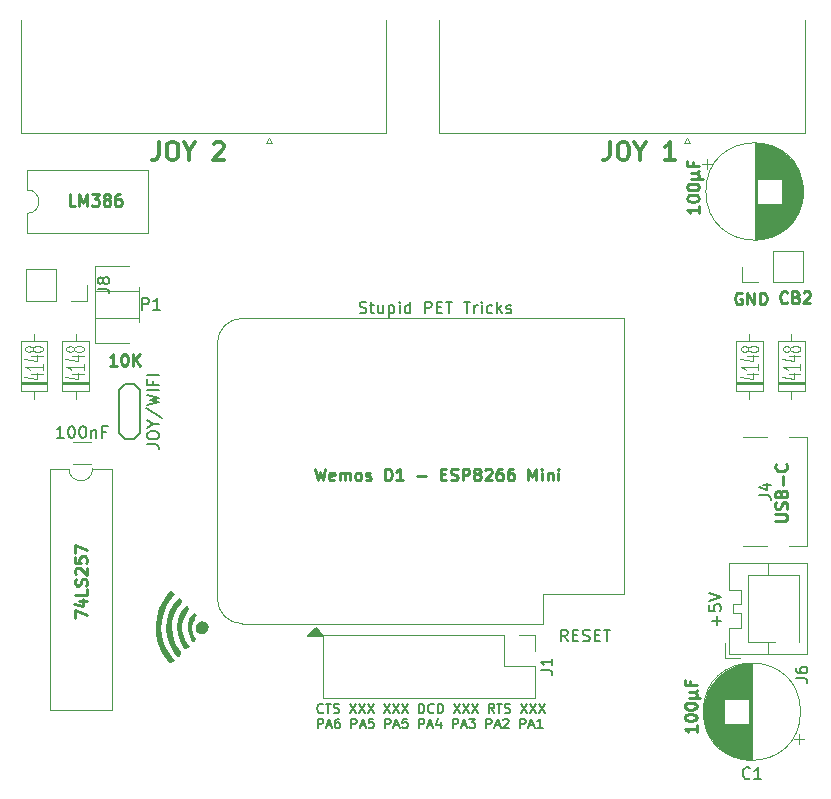
<source format=gbr>
%TF.GenerationSoftware,KiCad,Pcbnew,9.0.2-9.0.2-0~ubuntu24.10.1*%
%TF.CreationDate,2025-07-06T18:08:21+02:00*%
%TF.ProjectId,pet_joymate,7065745f-6a6f-4796-9d61-74652e6b6963,rev?*%
%TF.SameCoordinates,Original*%
%TF.FileFunction,Legend,Top*%
%TF.FilePolarity,Positive*%
%FSLAX46Y46*%
G04 Gerber Fmt 4.6, Leading zero omitted, Abs format (unit mm)*
G04 Created by KiCad (PCBNEW 9.0.2-9.0.2-0~ubuntu24.10.1) date 2025-07-06 18:08:21*
%MOMM*%
%LPD*%
G01*
G04 APERTURE LIST*
%ADD10C,0.250000*%
%ADD11C,0.300000*%
%ADD12C,0.125000*%
%ADD13C,0.150000*%
%ADD14C,0.200000*%
%ADD15C,0.187500*%
%ADD16C,0.120000*%
%ADD17C,0.000000*%
G04 APERTURE END LIST*
D10*
X132964619Y-106997431D02*
X133774142Y-106997431D01*
X133774142Y-106997431D02*
X133869380Y-106949812D01*
X133869380Y-106949812D02*
X133917000Y-106902193D01*
X133917000Y-106902193D02*
X133964619Y-106806955D01*
X133964619Y-106806955D02*
X133964619Y-106616479D01*
X133964619Y-106616479D02*
X133917000Y-106521241D01*
X133917000Y-106521241D02*
X133869380Y-106473622D01*
X133869380Y-106473622D02*
X133774142Y-106426003D01*
X133774142Y-106426003D02*
X132964619Y-106426003D01*
X133917000Y-105997431D02*
X133964619Y-105854574D01*
X133964619Y-105854574D02*
X133964619Y-105616479D01*
X133964619Y-105616479D02*
X133917000Y-105521241D01*
X133917000Y-105521241D02*
X133869380Y-105473622D01*
X133869380Y-105473622D02*
X133774142Y-105426003D01*
X133774142Y-105426003D02*
X133678904Y-105426003D01*
X133678904Y-105426003D02*
X133583666Y-105473622D01*
X133583666Y-105473622D02*
X133536047Y-105521241D01*
X133536047Y-105521241D02*
X133488428Y-105616479D01*
X133488428Y-105616479D02*
X133440809Y-105806955D01*
X133440809Y-105806955D02*
X133393190Y-105902193D01*
X133393190Y-105902193D02*
X133345571Y-105949812D01*
X133345571Y-105949812D02*
X133250333Y-105997431D01*
X133250333Y-105997431D02*
X133155095Y-105997431D01*
X133155095Y-105997431D02*
X133059857Y-105949812D01*
X133059857Y-105949812D02*
X133012238Y-105902193D01*
X133012238Y-105902193D02*
X132964619Y-105806955D01*
X132964619Y-105806955D02*
X132964619Y-105568860D01*
X132964619Y-105568860D02*
X133012238Y-105426003D01*
X133440809Y-104664098D02*
X133488428Y-104521241D01*
X133488428Y-104521241D02*
X133536047Y-104473622D01*
X133536047Y-104473622D02*
X133631285Y-104426003D01*
X133631285Y-104426003D02*
X133774142Y-104426003D01*
X133774142Y-104426003D02*
X133869380Y-104473622D01*
X133869380Y-104473622D02*
X133917000Y-104521241D01*
X133917000Y-104521241D02*
X133964619Y-104616479D01*
X133964619Y-104616479D02*
X133964619Y-104997431D01*
X133964619Y-104997431D02*
X132964619Y-104997431D01*
X132964619Y-104997431D02*
X132964619Y-104664098D01*
X132964619Y-104664098D02*
X133012238Y-104568860D01*
X133012238Y-104568860D02*
X133059857Y-104521241D01*
X133059857Y-104521241D02*
X133155095Y-104473622D01*
X133155095Y-104473622D02*
X133250333Y-104473622D01*
X133250333Y-104473622D02*
X133345571Y-104521241D01*
X133345571Y-104521241D02*
X133393190Y-104568860D01*
X133393190Y-104568860D02*
X133440809Y-104664098D01*
X133440809Y-104664098D02*
X133440809Y-104997431D01*
X133583666Y-103997431D02*
X133583666Y-103235527D01*
X133869380Y-102187908D02*
X133917000Y-102235527D01*
X133917000Y-102235527D02*
X133964619Y-102378384D01*
X133964619Y-102378384D02*
X133964619Y-102473622D01*
X133964619Y-102473622D02*
X133917000Y-102616479D01*
X133917000Y-102616479D02*
X133821761Y-102711717D01*
X133821761Y-102711717D02*
X133726523Y-102759336D01*
X133726523Y-102759336D02*
X133536047Y-102806955D01*
X133536047Y-102806955D02*
X133393190Y-102806955D01*
X133393190Y-102806955D02*
X133202714Y-102759336D01*
X133202714Y-102759336D02*
X133107476Y-102711717D01*
X133107476Y-102711717D02*
X133012238Y-102616479D01*
X133012238Y-102616479D02*
X132964619Y-102473622D01*
X132964619Y-102473622D02*
X132964619Y-102378384D01*
X132964619Y-102378384D02*
X133012238Y-102235527D01*
X133012238Y-102235527D02*
X133059857Y-102187908D01*
D11*
X80783082Y-74900828D02*
X80783082Y-75972257D01*
X80783082Y-75972257D02*
X80711653Y-76186542D01*
X80711653Y-76186542D02*
X80568796Y-76329400D01*
X80568796Y-76329400D02*
X80354510Y-76400828D01*
X80354510Y-76400828D02*
X80211653Y-76400828D01*
X81783082Y-74900828D02*
X82068796Y-74900828D01*
X82068796Y-74900828D02*
X82211653Y-74972257D01*
X82211653Y-74972257D02*
X82354510Y-75115114D01*
X82354510Y-75115114D02*
X82425939Y-75400828D01*
X82425939Y-75400828D02*
X82425939Y-75900828D01*
X82425939Y-75900828D02*
X82354510Y-76186542D01*
X82354510Y-76186542D02*
X82211653Y-76329400D01*
X82211653Y-76329400D02*
X82068796Y-76400828D01*
X82068796Y-76400828D02*
X81783082Y-76400828D01*
X81783082Y-76400828D02*
X81640225Y-76329400D01*
X81640225Y-76329400D02*
X81497367Y-76186542D01*
X81497367Y-76186542D02*
X81425939Y-75900828D01*
X81425939Y-75900828D02*
X81425939Y-75400828D01*
X81425939Y-75400828D02*
X81497367Y-75115114D01*
X81497367Y-75115114D02*
X81640225Y-74972257D01*
X81640225Y-74972257D02*
X81783082Y-74900828D01*
X83354511Y-75686542D02*
X83354511Y-76400828D01*
X82854511Y-74900828D02*
X83354511Y-75686542D01*
X83354511Y-75686542D02*
X83854511Y-74900828D01*
X85425939Y-75043685D02*
X85497367Y-74972257D01*
X85497367Y-74972257D02*
X85640225Y-74900828D01*
X85640225Y-74900828D02*
X85997367Y-74900828D01*
X85997367Y-74900828D02*
X86140225Y-74972257D01*
X86140225Y-74972257D02*
X86211653Y-75043685D01*
X86211653Y-75043685D02*
X86283082Y-75186542D01*
X86283082Y-75186542D02*
X86283082Y-75329400D01*
X86283082Y-75329400D02*
X86211653Y-75543685D01*
X86211653Y-75543685D02*
X85354510Y-76400828D01*
X85354510Y-76400828D02*
X86283082Y-76400828D01*
X118958082Y-74925828D02*
X118958082Y-75997257D01*
X118958082Y-75997257D02*
X118886653Y-76211542D01*
X118886653Y-76211542D02*
X118743796Y-76354400D01*
X118743796Y-76354400D02*
X118529510Y-76425828D01*
X118529510Y-76425828D02*
X118386653Y-76425828D01*
X119958082Y-74925828D02*
X120243796Y-74925828D01*
X120243796Y-74925828D02*
X120386653Y-74997257D01*
X120386653Y-74997257D02*
X120529510Y-75140114D01*
X120529510Y-75140114D02*
X120600939Y-75425828D01*
X120600939Y-75425828D02*
X120600939Y-75925828D01*
X120600939Y-75925828D02*
X120529510Y-76211542D01*
X120529510Y-76211542D02*
X120386653Y-76354400D01*
X120386653Y-76354400D02*
X120243796Y-76425828D01*
X120243796Y-76425828D02*
X119958082Y-76425828D01*
X119958082Y-76425828D02*
X119815225Y-76354400D01*
X119815225Y-76354400D02*
X119672367Y-76211542D01*
X119672367Y-76211542D02*
X119600939Y-75925828D01*
X119600939Y-75925828D02*
X119600939Y-75425828D01*
X119600939Y-75425828D02*
X119672367Y-75140114D01*
X119672367Y-75140114D02*
X119815225Y-74997257D01*
X119815225Y-74997257D02*
X119958082Y-74925828D01*
X121529511Y-75711542D02*
X121529511Y-76425828D01*
X121029511Y-74925828D02*
X121529511Y-75711542D01*
X121529511Y-75711542D02*
X122029511Y-74925828D01*
X124458082Y-76425828D02*
X123600939Y-76425828D01*
X124029510Y-76425828D02*
X124029510Y-74925828D01*
X124029510Y-74925828D02*
X123886653Y-75140114D01*
X123886653Y-75140114D02*
X123743796Y-75282971D01*
X123743796Y-75282971D02*
X123600939Y-75354400D01*
D10*
X126289619Y-124298622D02*
X126289619Y-124870050D01*
X126289619Y-124584336D02*
X125289619Y-124584336D01*
X125289619Y-124584336D02*
X125432476Y-124679574D01*
X125432476Y-124679574D02*
X125527714Y-124774812D01*
X125527714Y-124774812D02*
X125575333Y-124870050D01*
X125289619Y-123679574D02*
X125289619Y-123584336D01*
X125289619Y-123584336D02*
X125337238Y-123489098D01*
X125337238Y-123489098D02*
X125384857Y-123441479D01*
X125384857Y-123441479D02*
X125480095Y-123393860D01*
X125480095Y-123393860D02*
X125670571Y-123346241D01*
X125670571Y-123346241D02*
X125908666Y-123346241D01*
X125908666Y-123346241D02*
X126099142Y-123393860D01*
X126099142Y-123393860D02*
X126194380Y-123441479D01*
X126194380Y-123441479D02*
X126242000Y-123489098D01*
X126242000Y-123489098D02*
X126289619Y-123584336D01*
X126289619Y-123584336D02*
X126289619Y-123679574D01*
X126289619Y-123679574D02*
X126242000Y-123774812D01*
X126242000Y-123774812D02*
X126194380Y-123822431D01*
X126194380Y-123822431D02*
X126099142Y-123870050D01*
X126099142Y-123870050D02*
X125908666Y-123917669D01*
X125908666Y-123917669D02*
X125670571Y-123917669D01*
X125670571Y-123917669D02*
X125480095Y-123870050D01*
X125480095Y-123870050D02*
X125384857Y-123822431D01*
X125384857Y-123822431D02*
X125337238Y-123774812D01*
X125337238Y-123774812D02*
X125289619Y-123679574D01*
X125289619Y-122727193D02*
X125289619Y-122631955D01*
X125289619Y-122631955D02*
X125337238Y-122536717D01*
X125337238Y-122536717D02*
X125384857Y-122489098D01*
X125384857Y-122489098D02*
X125480095Y-122441479D01*
X125480095Y-122441479D02*
X125670571Y-122393860D01*
X125670571Y-122393860D02*
X125908666Y-122393860D01*
X125908666Y-122393860D02*
X126099142Y-122441479D01*
X126099142Y-122441479D02*
X126194380Y-122489098D01*
X126194380Y-122489098D02*
X126242000Y-122536717D01*
X126242000Y-122536717D02*
X126289619Y-122631955D01*
X126289619Y-122631955D02*
X126289619Y-122727193D01*
X126289619Y-122727193D02*
X126242000Y-122822431D01*
X126242000Y-122822431D02*
X126194380Y-122870050D01*
X126194380Y-122870050D02*
X126099142Y-122917669D01*
X126099142Y-122917669D02*
X125908666Y-122965288D01*
X125908666Y-122965288D02*
X125670571Y-122965288D01*
X125670571Y-122965288D02*
X125480095Y-122917669D01*
X125480095Y-122917669D02*
X125384857Y-122870050D01*
X125384857Y-122870050D02*
X125337238Y-122822431D01*
X125337238Y-122822431D02*
X125289619Y-122727193D01*
X125622952Y-121965288D02*
X126622952Y-121965288D01*
X126146761Y-121489098D02*
X126242000Y-121441479D01*
X126242000Y-121441479D02*
X126289619Y-121346241D01*
X126146761Y-121965288D02*
X126242000Y-121917669D01*
X126242000Y-121917669D02*
X126289619Y-121822431D01*
X126289619Y-121822431D02*
X126289619Y-121631955D01*
X126289619Y-121631955D02*
X126242000Y-121536717D01*
X126242000Y-121536717D02*
X126146761Y-121489098D01*
X126146761Y-121489098D02*
X125622952Y-121489098D01*
X125765809Y-120584336D02*
X125765809Y-120917669D01*
X126289619Y-120917669D02*
X125289619Y-120917669D01*
X125289619Y-120917669D02*
X125289619Y-120441479D01*
X73703758Y-80339619D02*
X73227568Y-80339619D01*
X73227568Y-80339619D02*
X73227568Y-79339619D01*
X74037092Y-80339619D02*
X74037092Y-79339619D01*
X74037092Y-79339619D02*
X74370425Y-80053904D01*
X74370425Y-80053904D02*
X74703758Y-79339619D01*
X74703758Y-79339619D02*
X74703758Y-80339619D01*
X75084711Y-79339619D02*
X75703758Y-79339619D01*
X75703758Y-79339619D02*
X75370425Y-79720571D01*
X75370425Y-79720571D02*
X75513282Y-79720571D01*
X75513282Y-79720571D02*
X75608520Y-79768190D01*
X75608520Y-79768190D02*
X75656139Y-79815809D01*
X75656139Y-79815809D02*
X75703758Y-79911047D01*
X75703758Y-79911047D02*
X75703758Y-80149142D01*
X75703758Y-80149142D02*
X75656139Y-80244380D01*
X75656139Y-80244380D02*
X75608520Y-80292000D01*
X75608520Y-80292000D02*
X75513282Y-80339619D01*
X75513282Y-80339619D02*
X75227568Y-80339619D01*
X75227568Y-80339619D02*
X75132330Y-80292000D01*
X75132330Y-80292000D02*
X75084711Y-80244380D01*
X76275187Y-79768190D02*
X76179949Y-79720571D01*
X76179949Y-79720571D02*
X76132330Y-79672952D01*
X76132330Y-79672952D02*
X76084711Y-79577714D01*
X76084711Y-79577714D02*
X76084711Y-79530095D01*
X76084711Y-79530095D02*
X76132330Y-79434857D01*
X76132330Y-79434857D02*
X76179949Y-79387238D01*
X76179949Y-79387238D02*
X76275187Y-79339619D01*
X76275187Y-79339619D02*
X76465663Y-79339619D01*
X76465663Y-79339619D02*
X76560901Y-79387238D01*
X76560901Y-79387238D02*
X76608520Y-79434857D01*
X76608520Y-79434857D02*
X76656139Y-79530095D01*
X76656139Y-79530095D02*
X76656139Y-79577714D01*
X76656139Y-79577714D02*
X76608520Y-79672952D01*
X76608520Y-79672952D02*
X76560901Y-79720571D01*
X76560901Y-79720571D02*
X76465663Y-79768190D01*
X76465663Y-79768190D02*
X76275187Y-79768190D01*
X76275187Y-79768190D02*
X76179949Y-79815809D01*
X76179949Y-79815809D02*
X76132330Y-79863428D01*
X76132330Y-79863428D02*
X76084711Y-79958666D01*
X76084711Y-79958666D02*
X76084711Y-80149142D01*
X76084711Y-80149142D02*
X76132330Y-80244380D01*
X76132330Y-80244380D02*
X76179949Y-80292000D01*
X76179949Y-80292000D02*
X76275187Y-80339619D01*
X76275187Y-80339619D02*
X76465663Y-80339619D01*
X76465663Y-80339619D02*
X76560901Y-80292000D01*
X76560901Y-80292000D02*
X76608520Y-80244380D01*
X76608520Y-80244380D02*
X76656139Y-80149142D01*
X76656139Y-80149142D02*
X76656139Y-79958666D01*
X76656139Y-79958666D02*
X76608520Y-79863428D01*
X76608520Y-79863428D02*
X76560901Y-79815809D01*
X76560901Y-79815809D02*
X76465663Y-79768190D01*
X77513282Y-79339619D02*
X77322806Y-79339619D01*
X77322806Y-79339619D02*
X77227568Y-79387238D01*
X77227568Y-79387238D02*
X77179949Y-79434857D01*
X77179949Y-79434857D02*
X77084711Y-79577714D01*
X77084711Y-79577714D02*
X77037092Y-79768190D01*
X77037092Y-79768190D02*
X77037092Y-80149142D01*
X77037092Y-80149142D02*
X77084711Y-80244380D01*
X77084711Y-80244380D02*
X77132330Y-80292000D01*
X77132330Y-80292000D02*
X77227568Y-80339619D01*
X77227568Y-80339619D02*
X77418044Y-80339619D01*
X77418044Y-80339619D02*
X77513282Y-80292000D01*
X77513282Y-80292000D02*
X77560901Y-80244380D01*
X77560901Y-80244380D02*
X77608520Y-80149142D01*
X77608520Y-80149142D02*
X77608520Y-79911047D01*
X77608520Y-79911047D02*
X77560901Y-79815809D01*
X77560901Y-79815809D02*
X77513282Y-79768190D01*
X77513282Y-79768190D02*
X77418044Y-79720571D01*
X77418044Y-79720571D02*
X77227568Y-79720571D01*
X77227568Y-79720571D02*
X77132330Y-79768190D01*
X77132330Y-79768190D02*
X77084711Y-79815809D01*
X77084711Y-79815809D02*
X77037092Y-79911047D01*
D12*
X73434928Y-94584430D02*
X74434928Y-94584430D01*
X72863500Y-94774906D02*
X73934928Y-94965383D01*
X73934928Y-94965383D02*
X73934928Y-94470144D01*
X74434928Y-93746335D02*
X74434928Y-94203478D01*
X74434928Y-93974906D02*
X72934928Y-93974906D01*
X72934928Y-93974906D02*
X73149214Y-94051097D01*
X73149214Y-94051097D02*
X73292071Y-94127287D01*
X73292071Y-94127287D02*
X73363500Y-94203478D01*
X73434928Y-93060620D02*
X74434928Y-93060620D01*
X72863500Y-93251096D02*
X73934928Y-93441573D01*
X73934928Y-93441573D02*
X73934928Y-92946334D01*
X73577785Y-92527287D02*
X73506357Y-92603477D01*
X73506357Y-92603477D02*
X73434928Y-92641572D01*
X73434928Y-92641572D02*
X73292071Y-92679668D01*
X73292071Y-92679668D02*
X73220642Y-92679668D01*
X73220642Y-92679668D02*
X73077785Y-92641572D01*
X73077785Y-92641572D02*
X73006357Y-92603477D01*
X73006357Y-92603477D02*
X72934928Y-92527287D01*
X72934928Y-92527287D02*
X72934928Y-92374906D01*
X72934928Y-92374906D02*
X73006357Y-92298715D01*
X73006357Y-92298715D02*
X73077785Y-92260620D01*
X73077785Y-92260620D02*
X73220642Y-92222525D01*
X73220642Y-92222525D02*
X73292071Y-92222525D01*
X73292071Y-92222525D02*
X73434928Y-92260620D01*
X73434928Y-92260620D02*
X73506357Y-92298715D01*
X73506357Y-92298715D02*
X73577785Y-92374906D01*
X73577785Y-92374906D02*
X73577785Y-92527287D01*
X73577785Y-92527287D02*
X73649214Y-92603477D01*
X73649214Y-92603477D02*
X73720642Y-92641572D01*
X73720642Y-92641572D02*
X73863500Y-92679668D01*
X73863500Y-92679668D02*
X74149214Y-92679668D01*
X74149214Y-92679668D02*
X74292071Y-92641572D01*
X74292071Y-92641572D02*
X74363500Y-92603477D01*
X74363500Y-92603477D02*
X74434928Y-92527287D01*
X74434928Y-92527287D02*
X74434928Y-92374906D01*
X74434928Y-92374906D02*
X74363500Y-92298715D01*
X74363500Y-92298715D02*
X74292071Y-92260620D01*
X74292071Y-92260620D02*
X74149214Y-92222525D01*
X74149214Y-92222525D02*
X73863500Y-92222525D01*
X73863500Y-92222525D02*
X73720642Y-92260620D01*
X73720642Y-92260620D02*
X73649214Y-92298715D01*
X73649214Y-92298715D02*
X73577785Y-92374906D01*
D10*
X94007330Y-102564619D02*
X94245425Y-103564619D01*
X94245425Y-103564619D02*
X94435901Y-102850333D01*
X94435901Y-102850333D02*
X94626377Y-103564619D01*
X94626377Y-103564619D02*
X94864473Y-102564619D01*
X95626377Y-103517000D02*
X95531139Y-103564619D01*
X95531139Y-103564619D02*
X95340663Y-103564619D01*
X95340663Y-103564619D02*
X95245425Y-103517000D01*
X95245425Y-103517000D02*
X95197806Y-103421761D01*
X95197806Y-103421761D02*
X95197806Y-103040809D01*
X95197806Y-103040809D02*
X95245425Y-102945571D01*
X95245425Y-102945571D02*
X95340663Y-102897952D01*
X95340663Y-102897952D02*
X95531139Y-102897952D01*
X95531139Y-102897952D02*
X95626377Y-102945571D01*
X95626377Y-102945571D02*
X95673996Y-103040809D01*
X95673996Y-103040809D02*
X95673996Y-103136047D01*
X95673996Y-103136047D02*
X95197806Y-103231285D01*
X96102568Y-103564619D02*
X96102568Y-102897952D01*
X96102568Y-102993190D02*
X96150187Y-102945571D01*
X96150187Y-102945571D02*
X96245425Y-102897952D01*
X96245425Y-102897952D02*
X96388282Y-102897952D01*
X96388282Y-102897952D02*
X96483520Y-102945571D01*
X96483520Y-102945571D02*
X96531139Y-103040809D01*
X96531139Y-103040809D02*
X96531139Y-103564619D01*
X96531139Y-103040809D02*
X96578758Y-102945571D01*
X96578758Y-102945571D02*
X96673996Y-102897952D01*
X96673996Y-102897952D02*
X96816853Y-102897952D01*
X96816853Y-102897952D02*
X96912092Y-102945571D01*
X96912092Y-102945571D02*
X96959711Y-103040809D01*
X96959711Y-103040809D02*
X96959711Y-103564619D01*
X97578758Y-103564619D02*
X97483520Y-103517000D01*
X97483520Y-103517000D02*
X97435901Y-103469380D01*
X97435901Y-103469380D02*
X97388282Y-103374142D01*
X97388282Y-103374142D02*
X97388282Y-103088428D01*
X97388282Y-103088428D02*
X97435901Y-102993190D01*
X97435901Y-102993190D02*
X97483520Y-102945571D01*
X97483520Y-102945571D02*
X97578758Y-102897952D01*
X97578758Y-102897952D02*
X97721615Y-102897952D01*
X97721615Y-102897952D02*
X97816853Y-102945571D01*
X97816853Y-102945571D02*
X97864472Y-102993190D01*
X97864472Y-102993190D02*
X97912091Y-103088428D01*
X97912091Y-103088428D02*
X97912091Y-103374142D01*
X97912091Y-103374142D02*
X97864472Y-103469380D01*
X97864472Y-103469380D02*
X97816853Y-103517000D01*
X97816853Y-103517000D02*
X97721615Y-103564619D01*
X97721615Y-103564619D02*
X97578758Y-103564619D01*
X98293044Y-103517000D02*
X98388282Y-103564619D01*
X98388282Y-103564619D02*
X98578758Y-103564619D01*
X98578758Y-103564619D02*
X98673996Y-103517000D01*
X98673996Y-103517000D02*
X98721615Y-103421761D01*
X98721615Y-103421761D02*
X98721615Y-103374142D01*
X98721615Y-103374142D02*
X98673996Y-103278904D01*
X98673996Y-103278904D02*
X98578758Y-103231285D01*
X98578758Y-103231285D02*
X98435901Y-103231285D01*
X98435901Y-103231285D02*
X98340663Y-103183666D01*
X98340663Y-103183666D02*
X98293044Y-103088428D01*
X98293044Y-103088428D02*
X98293044Y-103040809D01*
X98293044Y-103040809D02*
X98340663Y-102945571D01*
X98340663Y-102945571D02*
X98435901Y-102897952D01*
X98435901Y-102897952D02*
X98578758Y-102897952D01*
X98578758Y-102897952D02*
X98673996Y-102945571D01*
X99912092Y-103564619D02*
X99912092Y-102564619D01*
X99912092Y-102564619D02*
X100150187Y-102564619D01*
X100150187Y-102564619D02*
X100293044Y-102612238D01*
X100293044Y-102612238D02*
X100388282Y-102707476D01*
X100388282Y-102707476D02*
X100435901Y-102802714D01*
X100435901Y-102802714D02*
X100483520Y-102993190D01*
X100483520Y-102993190D02*
X100483520Y-103136047D01*
X100483520Y-103136047D02*
X100435901Y-103326523D01*
X100435901Y-103326523D02*
X100388282Y-103421761D01*
X100388282Y-103421761D02*
X100293044Y-103517000D01*
X100293044Y-103517000D02*
X100150187Y-103564619D01*
X100150187Y-103564619D02*
X99912092Y-103564619D01*
X101435901Y-103564619D02*
X100864473Y-103564619D01*
X101150187Y-103564619D02*
X101150187Y-102564619D01*
X101150187Y-102564619D02*
X101054949Y-102707476D01*
X101054949Y-102707476D02*
X100959711Y-102802714D01*
X100959711Y-102802714D02*
X100864473Y-102850333D01*
X102626378Y-103183666D02*
X103388283Y-103183666D01*
X104626378Y-103040809D02*
X104959711Y-103040809D01*
X105102568Y-103564619D02*
X104626378Y-103564619D01*
X104626378Y-103564619D02*
X104626378Y-102564619D01*
X104626378Y-102564619D02*
X105102568Y-102564619D01*
X105483521Y-103517000D02*
X105626378Y-103564619D01*
X105626378Y-103564619D02*
X105864473Y-103564619D01*
X105864473Y-103564619D02*
X105959711Y-103517000D01*
X105959711Y-103517000D02*
X106007330Y-103469380D01*
X106007330Y-103469380D02*
X106054949Y-103374142D01*
X106054949Y-103374142D02*
X106054949Y-103278904D01*
X106054949Y-103278904D02*
X106007330Y-103183666D01*
X106007330Y-103183666D02*
X105959711Y-103136047D01*
X105959711Y-103136047D02*
X105864473Y-103088428D01*
X105864473Y-103088428D02*
X105673997Y-103040809D01*
X105673997Y-103040809D02*
X105578759Y-102993190D01*
X105578759Y-102993190D02*
X105531140Y-102945571D01*
X105531140Y-102945571D02*
X105483521Y-102850333D01*
X105483521Y-102850333D02*
X105483521Y-102755095D01*
X105483521Y-102755095D02*
X105531140Y-102659857D01*
X105531140Y-102659857D02*
X105578759Y-102612238D01*
X105578759Y-102612238D02*
X105673997Y-102564619D01*
X105673997Y-102564619D02*
X105912092Y-102564619D01*
X105912092Y-102564619D02*
X106054949Y-102612238D01*
X106483521Y-103564619D02*
X106483521Y-102564619D01*
X106483521Y-102564619D02*
X106864473Y-102564619D01*
X106864473Y-102564619D02*
X106959711Y-102612238D01*
X106959711Y-102612238D02*
X107007330Y-102659857D01*
X107007330Y-102659857D02*
X107054949Y-102755095D01*
X107054949Y-102755095D02*
X107054949Y-102897952D01*
X107054949Y-102897952D02*
X107007330Y-102993190D01*
X107007330Y-102993190D02*
X106959711Y-103040809D01*
X106959711Y-103040809D02*
X106864473Y-103088428D01*
X106864473Y-103088428D02*
X106483521Y-103088428D01*
X107626378Y-102993190D02*
X107531140Y-102945571D01*
X107531140Y-102945571D02*
X107483521Y-102897952D01*
X107483521Y-102897952D02*
X107435902Y-102802714D01*
X107435902Y-102802714D02*
X107435902Y-102755095D01*
X107435902Y-102755095D02*
X107483521Y-102659857D01*
X107483521Y-102659857D02*
X107531140Y-102612238D01*
X107531140Y-102612238D02*
X107626378Y-102564619D01*
X107626378Y-102564619D02*
X107816854Y-102564619D01*
X107816854Y-102564619D02*
X107912092Y-102612238D01*
X107912092Y-102612238D02*
X107959711Y-102659857D01*
X107959711Y-102659857D02*
X108007330Y-102755095D01*
X108007330Y-102755095D02*
X108007330Y-102802714D01*
X108007330Y-102802714D02*
X107959711Y-102897952D01*
X107959711Y-102897952D02*
X107912092Y-102945571D01*
X107912092Y-102945571D02*
X107816854Y-102993190D01*
X107816854Y-102993190D02*
X107626378Y-102993190D01*
X107626378Y-102993190D02*
X107531140Y-103040809D01*
X107531140Y-103040809D02*
X107483521Y-103088428D01*
X107483521Y-103088428D02*
X107435902Y-103183666D01*
X107435902Y-103183666D02*
X107435902Y-103374142D01*
X107435902Y-103374142D02*
X107483521Y-103469380D01*
X107483521Y-103469380D02*
X107531140Y-103517000D01*
X107531140Y-103517000D02*
X107626378Y-103564619D01*
X107626378Y-103564619D02*
X107816854Y-103564619D01*
X107816854Y-103564619D02*
X107912092Y-103517000D01*
X107912092Y-103517000D02*
X107959711Y-103469380D01*
X107959711Y-103469380D02*
X108007330Y-103374142D01*
X108007330Y-103374142D02*
X108007330Y-103183666D01*
X108007330Y-103183666D02*
X107959711Y-103088428D01*
X107959711Y-103088428D02*
X107912092Y-103040809D01*
X107912092Y-103040809D02*
X107816854Y-102993190D01*
X108388283Y-102659857D02*
X108435902Y-102612238D01*
X108435902Y-102612238D02*
X108531140Y-102564619D01*
X108531140Y-102564619D02*
X108769235Y-102564619D01*
X108769235Y-102564619D02*
X108864473Y-102612238D01*
X108864473Y-102612238D02*
X108912092Y-102659857D01*
X108912092Y-102659857D02*
X108959711Y-102755095D01*
X108959711Y-102755095D02*
X108959711Y-102850333D01*
X108959711Y-102850333D02*
X108912092Y-102993190D01*
X108912092Y-102993190D02*
X108340664Y-103564619D01*
X108340664Y-103564619D02*
X108959711Y-103564619D01*
X109816854Y-102564619D02*
X109626378Y-102564619D01*
X109626378Y-102564619D02*
X109531140Y-102612238D01*
X109531140Y-102612238D02*
X109483521Y-102659857D01*
X109483521Y-102659857D02*
X109388283Y-102802714D01*
X109388283Y-102802714D02*
X109340664Y-102993190D01*
X109340664Y-102993190D02*
X109340664Y-103374142D01*
X109340664Y-103374142D02*
X109388283Y-103469380D01*
X109388283Y-103469380D02*
X109435902Y-103517000D01*
X109435902Y-103517000D02*
X109531140Y-103564619D01*
X109531140Y-103564619D02*
X109721616Y-103564619D01*
X109721616Y-103564619D02*
X109816854Y-103517000D01*
X109816854Y-103517000D02*
X109864473Y-103469380D01*
X109864473Y-103469380D02*
X109912092Y-103374142D01*
X109912092Y-103374142D02*
X109912092Y-103136047D01*
X109912092Y-103136047D02*
X109864473Y-103040809D01*
X109864473Y-103040809D02*
X109816854Y-102993190D01*
X109816854Y-102993190D02*
X109721616Y-102945571D01*
X109721616Y-102945571D02*
X109531140Y-102945571D01*
X109531140Y-102945571D02*
X109435902Y-102993190D01*
X109435902Y-102993190D02*
X109388283Y-103040809D01*
X109388283Y-103040809D02*
X109340664Y-103136047D01*
X110769235Y-102564619D02*
X110578759Y-102564619D01*
X110578759Y-102564619D02*
X110483521Y-102612238D01*
X110483521Y-102612238D02*
X110435902Y-102659857D01*
X110435902Y-102659857D02*
X110340664Y-102802714D01*
X110340664Y-102802714D02*
X110293045Y-102993190D01*
X110293045Y-102993190D02*
X110293045Y-103374142D01*
X110293045Y-103374142D02*
X110340664Y-103469380D01*
X110340664Y-103469380D02*
X110388283Y-103517000D01*
X110388283Y-103517000D02*
X110483521Y-103564619D01*
X110483521Y-103564619D02*
X110673997Y-103564619D01*
X110673997Y-103564619D02*
X110769235Y-103517000D01*
X110769235Y-103517000D02*
X110816854Y-103469380D01*
X110816854Y-103469380D02*
X110864473Y-103374142D01*
X110864473Y-103374142D02*
X110864473Y-103136047D01*
X110864473Y-103136047D02*
X110816854Y-103040809D01*
X110816854Y-103040809D02*
X110769235Y-102993190D01*
X110769235Y-102993190D02*
X110673997Y-102945571D01*
X110673997Y-102945571D02*
X110483521Y-102945571D01*
X110483521Y-102945571D02*
X110388283Y-102993190D01*
X110388283Y-102993190D02*
X110340664Y-103040809D01*
X110340664Y-103040809D02*
X110293045Y-103136047D01*
X112054950Y-103564619D02*
X112054950Y-102564619D01*
X112054950Y-102564619D02*
X112388283Y-103278904D01*
X112388283Y-103278904D02*
X112721616Y-102564619D01*
X112721616Y-102564619D02*
X112721616Y-103564619D01*
X113197807Y-103564619D02*
X113197807Y-102897952D01*
X113197807Y-102564619D02*
X113150188Y-102612238D01*
X113150188Y-102612238D02*
X113197807Y-102659857D01*
X113197807Y-102659857D02*
X113245426Y-102612238D01*
X113245426Y-102612238D02*
X113197807Y-102564619D01*
X113197807Y-102564619D02*
X113197807Y-102659857D01*
X113673997Y-102897952D02*
X113673997Y-103564619D01*
X113673997Y-102993190D02*
X113721616Y-102945571D01*
X113721616Y-102945571D02*
X113816854Y-102897952D01*
X113816854Y-102897952D02*
X113959711Y-102897952D01*
X113959711Y-102897952D02*
X114054949Y-102945571D01*
X114054949Y-102945571D02*
X114102568Y-103040809D01*
X114102568Y-103040809D02*
X114102568Y-103564619D01*
X114578759Y-103564619D02*
X114578759Y-102897952D01*
X114578759Y-102564619D02*
X114531140Y-102612238D01*
X114531140Y-102612238D02*
X114578759Y-102659857D01*
X114578759Y-102659857D02*
X114626378Y-102612238D01*
X114626378Y-102612238D02*
X114578759Y-102564619D01*
X114578759Y-102564619D02*
X114578759Y-102659857D01*
D13*
X94671303Y-123180149D02*
X94633207Y-123218245D01*
X94633207Y-123218245D02*
X94518922Y-123256340D01*
X94518922Y-123256340D02*
X94442731Y-123256340D01*
X94442731Y-123256340D02*
X94328445Y-123218245D01*
X94328445Y-123218245D02*
X94252255Y-123142054D01*
X94252255Y-123142054D02*
X94214160Y-123065864D01*
X94214160Y-123065864D02*
X94176064Y-122913483D01*
X94176064Y-122913483D02*
X94176064Y-122799197D01*
X94176064Y-122799197D02*
X94214160Y-122646816D01*
X94214160Y-122646816D02*
X94252255Y-122570625D01*
X94252255Y-122570625D02*
X94328445Y-122494435D01*
X94328445Y-122494435D02*
X94442731Y-122456340D01*
X94442731Y-122456340D02*
X94518922Y-122456340D01*
X94518922Y-122456340D02*
X94633207Y-122494435D01*
X94633207Y-122494435D02*
X94671303Y-122532530D01*
X94899874Y-122456340D02*
X95357017Y-122456340D01*
X95128445Y-123256340D02*
X95128445Y-122456340D01*
X95585588Y-123218245D02*
X95699874Y-123256340D01*
X95699874Y-123256340D02*
X95890350Y-123256340D01*
X95890350Y-123256340D02*
X95966541Y-123218245D01*
X95966541Y-123218245D02*
X96004636Y-123180149D01*
X96004636Y-123180149D02*
X96042731Y-123103959D01*
X96042731Y-123103959D02*
X96042731Y-123027768D01*
X96042731Y-123027768D02*
X96004636Y-122951578D01*
X96004636Y-122951578D02*
X95966541Y-122913483D01*
X95966541Y-122913483D02*
X95890350Y-122875387D01*
X95890350Y-122875387D02*
X95737969Y-122837292D01*
X95737969Y-122837292D02*
X95661779Y-122799197D01*
X95661779Y-122799197D02*
X95623684Y-122761102D01*
X95623684Y-122761102D02*
X95585588Y-122684911D01*
X95585588Y-122684911D02*
X95585588Y-122608721D01*
X95585588Y-122608721D02*
X95623684Y-122532530D01*
X95623684Y-122532530D02*
X95661779Y-122494435D01*
X95661779Y-122494435D02*
X95737969Y-122456340D01*
X95737969Y-122456340D02*
X95928446Y-122456340D01*
X95928446Y-122456340D02*
X96042731Y-122494435D01*
X96918922Y-122456340D02*
X97452256Y-123256340D01*
X97452256Y-122456340D02*
X96918922Y-123256340D01*
X97680827Y-122456340D02*
X98214161Y-123256340D01*
X98214161Y-122456340D02*
X97680827Y-123256340D01*
X98442732Y-122456340D02*
X98976066Y-123256340D01*
X98976066Y-122456340D02*
X98442732Y-123256340D01*
X99814161Y-122456340D02*
X100347495Y-123256340D01*
X100347495Y-122456340D02*
X99814161Y-123256340D01*
X100576066Y-122456340D02*
X101109400Y-123256340D01*
X101109400Y-122456340D02*
X100576066Y-123256340D01*
X101337971Y-122456340D02*
X101871305Y-123256340D01*
X101871305Y-122456340D02*
X101337971Y-123256340D01*
X102785591Y-123256340D02*
X102785591Y-122456340D01*
X102785591Y-122456340D02*
X102976067Y-122456340D01*
X102976067Y-122456340D02*
X103090353Y-122494435D01*
X103090353Y-122494435D02*
X103166543Y-122570625D01*
X103166543Y-122570625D02*
X103204638Y-122646816D01*
X103204638Y-122646816D02*
X103242734Y-122799197D01*
X103242734Y-122799197D02*
X103242734Y-122913483D01*
X103242734Y-122913483D02*
X103204638Y-123065864D01*
X103204638Y-123065864D02*
X103166543Y-123142054D01*
X103166543Y-123142054D02*
X103090353Y-123218245D01*
X103090353Y-123218245D02*
X102976067Y-123256340D01*
X102976067Y-123256340D02*
X102785591Y-123256340D01*
X104042734Y-123180149D02*
X104004638Y-123218245D01*
X104004638Y-123218245D02*
X103890353Y-123256340D01*
X103890353Y-123256340D02*
X103814162Y-123256340D01*
X103814162Y-123256340D02*
X103699876Y-123218245D01*
X103699876Y-123218245D02*
X103623686Y-123142054D01*
X103623686Y-123142054D02*
X103585591Y-123065864D01*
X103585591Y-123065864D02*
X103547495Y-122913483D01*
X103547495Y-122913483D02*
X103547495Y-122799197D01*
X103547495Y-122799197D02*
X103585591Y-122646816D01*
X103585591Y-122646816D02*
X103623686Y-122570625D01*
X103623686Y-122570625D02*
X103699876Y-122494435D01*
X103699876Y-122494435D02*
X103814162Y-122456340D01*
X103814162Y-122456340D02*
X103890353Y-122456340D01*
X103890353Y-122456340D02*
X104004638Y-122494435D01*
X104004638Y-122494435D02*
X104042734Y-122532530D01*
X104385591Y-123256340D02*
X104385591Y-122456340D01*
X104385591Y-122456340D02*
X104576067Y-122456340D01*
X104576067Y-122456340D02*
X104690353Y-122494435D01*
X104690353Y-122494435D02*
X104766543Y-122570625D01*
X104766543Y-122570625D02*
X104804638Y-122646816D01*
X104804638Y-122646816D02*
X104842734Y-122799197D01*
X104842734Y-122799197D02*
X104842734Y-122913483D01*
X104842734Y-122913483D02*
X104804638Y-123065864D01*
X104804638Y-123065864D02*
X104766543Y-123142054D01*
X104766543Y-123142054D02*
X104690353Y-123218245D01*
X104690353Y-123218245D02*
X104576067Y-123256340D01*
X104576067Y-123256340D02*
X104385591Y-123256340D01*
X105718924Y-122456340D02*
X106252258Y-123256340D01*
X106252258Y-122456340D02*
X105718924Y-123256340D01*
X106480829Y-122456340D02*
X107014163Y-123256340D01*
X107014163Y-122456340D02*
X106480829Y-123256340D01*
X107242734Y-122456340D02*
X107776068Y-123256340D01*
X107776068Y-122456340D02*
X107242734Y-123256340D01*
X109147497Y-123256340D02*
X108880830Y-122875387D01*
X108690354Y-123256340D02*
X108690354Y-122456340D01*
X108690354Y-122456340D02*
X108995116Y-122456340D01*
X108995116Y-122456340D02*
X109071306Y-122494435D01*
X109071306Y-122494435D02*
X109109401Y-122532530D01*
X109109401Y-122532530D02*
X109147497Y-122608721D01*
X109147497Y-122608721D02*
X109147497Y-122723006D01*
X109147497Y-122723006D02*
X109109401Y-122799197D01*
X109109401Y-122799197D02*
X109071306Y-122837292D01*
X109071306Y-122837292D02*
X108995116Y-122875387D01*
X108995116Y-122875387D02*
X108690354Y-122875387D01*
X109376068Y-122456340D02*
X109833211Y-122456340D01*
X109604639Y-123256340D02*
X109604639Y-122456340D01*
X110061782Y-123218245D02*
X110176068Y-123256340D01*
X110176068Y-123256340D02*
X110366544Y-123256340D01*
X110366544Y-123256340D02*
X110442735Y-123218245D01*
X110442735Y-123218245D02*
X110480830Y-123180149D01*
X110480830Y-123180149D02*
X110518925Y-123103959D01*
X110518925Y-123103959D02*
X110518925Y-123027768D01*
X110518925Y-123027768D02*
X110480830Y-122951578D01*
X110480830Y-122951578D02*
X110442735Y-122913483D01*
X110442735Y-122913483D02*
X110366544Y-122875387D01*
X110366544Y-122875387D02*
X110214163Y-122837292D01*
X110214163Y-122837292D02*
X110137973Y-122799197D01*
X110137973Y-122799197D02*
X110099878Y-122761102D01*
X110099878Y-122761102D02*
X110061782Y-122684911D01*
X110061782Y-122684911D02*
X110061782Y-122608721D01*
X110061782Y-122608721D02*
X110099878Y-122532530D01*
X110099878Y-122532530D02*
X110137973Y-122494435D01*
X110137973Y-122494435D02*
X110214163Y-122456340D01*
X110214163Y-122456340D02*
X110404640Y-122456340D01*
X110404640Y-122456340D02*
X110518925Y-122494435D01*
X111395116Y-122456340D02*
X111928450Y-123256340D01*
X111928450Y-122456340D02*
X111395116Y-123256340D01*
X112157021Y-122456340D02*
X112690355Y-123256340D01*
X112690355Y-122456340D02*
X112157021Y-123256340D01*
X112918926Y-122456340D02*
X113452260Y-123256340D01*
X113452260Y-122456340D02*
X112918926Y-123256340D01*
X94214160Y-124544295D02*
X94214160Y-123744295D01*
X94214160Y-123744295D02*
X94518922Y-123744295D01*
X94518922Y-123744295D02*
X94595112Y-123782390D01*
X94595112Y-123782390D02*
X94633207Y-123820485D01*
X94633207Y-123820485D02*
X94671303Y-123896676D01*
X94671303Y-123896676D02*
X94671303Y-124010961D01*
X94671303Y-124010961D02*
X94633207Y-124087152D01*
X94633207Y-124087152D02*
X94595112Y-124125247D01*
X94595112Y-124125247D02*
X94518922Y-124163342D01*
X94518922Y-124163342D02*
X94214160Y-124163342D01*
X94976064Y-124315723D02*
X95357017Y-124315723D01*
X94899874Y-124544295D02*
X95166541Y-123744295D01*
X95166541Y-123744295D02*
X95433207Y-124544295D01*
X96042731Y-123744295D02*
X95890350Y-123744295D01*
X95890350Y-123744295D02*
X95814159Y-123782390D01*
X95814159Y-123782390D02*
X95776064Y-123820485D01*
X95776064Y-123820485D02*
X95699874Y-123934771D01*
X95699874Y-123934771D02*
X95661778Y-124087152D01*
X95661778Y-124087152D02*
X95661778Y-124391914D01*
X95661778Y-124391914D02*
X95699874Y-124468104D01*
X95699874Y-124468104D02*
X95737969Y-124506200D01*
X95737969Y-124506200D02*
X95814159Y-124544295D01*
X95814159Y-124544295D02*
X95966540Y-124544295D01*
X95966540Y-124544295D02*
X96042731Y-124506200D01*
X96042731Y-124506200D02*
X96080826Y-124468104D01*
X96080826Y-124468104D02*
X96118921Y-124391914D01*
X96118921Y-124391914D02*
X96118921Y-124201438D01*
X96118921Y-124201438D02*
X96080826Y-124125247D01*
X96080826Y-124125247D02*
X96042731Y-124087152D01*
X96042731Y-124087152D02*
X95966540Y-124049057D01*
X95966540Y-124049057D02*
X95814159Y-124049057D01*
X95814159Y-124049057D02*
X95737969Y-124087152D01*
X95737969Y-124087152D02*
X95699874Y-124125247D01*
X95699874Y-124125247D02*
X95661778Y-124201438D01*
X97071303Y-124544295D02*
X97071303Y-123744295D01*
X97071303Y-123744295D02*
X97376065Y-123744295D01*
X97376065Y-123744295D02*
X97452255Y-123782390D01*
X97452255Y-123782390D02*
X97490350Y-123820485D01*
X97490350Y-123820485D02*
X97528446Y-123896676D01*
X97528446Y-123896676D02*
X97528446Y-124010961D01*
X97528446Y-124010961D02*
X97490350Y-124087152D01*
X97490350Y-124087152D02*
X97452255Y-124125247D01*
X97452255Y-124125247D02*
X97376065Y-124163342D01*
X97376065Y-124163342D02*
X97071303Y-124163342D01*
X97833207Y-124315723D02*
X98214160Y-124315723D01*
X97757017Y-124544295D02*
X98023684Y-123744295D01*
X98023684Y-123744295D02*
X98290350Y-124544295D01*
X98937969Y-123744295D02*
X98557017Y-123744295D01*
X98557017Y-123744295D02*
X98518921Y-124125247D01*
X98518921Y-124125247D02*
X98557017Y-124087152D01*
X98557017Y-124087152D02*
X98633207Y-124049057D01*
X98633207Y-124049057D02*
X98823683Y-124049057D01*
X98823683Y-124049057D02*
X98899874Y-124087152D01*
X98899874Y-124087152D02*
X98937969Y-124125247D01*
X98937969Y-124125247D02*
X98976064Y-124201438D01*
X98976064Y-124201438D02*
X98976064Y-124391914D01*
X98976064Y-124391914D02*
X98937969Y-124468104D01*
X98937969Y-124468104D02*
X98899874Y-124506200D01*
X98899874Y-124506200D02*
X98823683Y-124544295D01*
X98823683Y-124544295D02*
X98633207Y-124544295D01*
X98633207Y-124544295D02*
X98557017Y-124506200D01*
X98557017Y-124506200D02*
X98518921Y-124468104D01*
X99928446Y-124544295D02*
X99928446Y-123744295D01*
X99928446Y-123744295D02*
X100233208Y-123744295D01*
X100233208Y-123744295D02*
X100309398Y-123782390D01*
X100309398Y-123782390D02*
X100347493Y-123820485D01*
X100347493Y-123820485D02*
X100385589Y-123896676D01*
X100385589Y-123896676D02*
X100385589Y-124010961D01*
X100385589Y-124010961D02*
X100347493Y-124087152D01*
X100347493Y-124087152D02*
X100309398Y-124125247D01*
X100309398Y-124125247D02*
X100233208Y-124163342D01*
X100233208Y-124163342D02*
X99928446Y-124163342D01*
X100690350Y-124315723D02*
X101071303Y-124315723D01*
X100614160Y-124544295D02*
X100880827Y-123744295D01*
X100880827Y-123744295D02*
X101147493Y-124544295D01*
X101795112Y-123744295D02*
X101414160Y-123744295D01*
X101414160Y-123744295D02*
X101376064Y-124125247D01*
X101376064Y-124125247D02*
X101414160Y-124087152D01*
X101414160Y-124087152D02*
X101490350Y-124049057D01*
X101490350Y-124049057D02*
X101680826Y-124049057D01*
X101680826Y-124049057D02*
X101757017Y-124087152D01*
X101757017Y-124087152D02*
X101795112Y-124125247D01*
X101795112Y-124125247D02*
X101833207Y-124201438D01*
X101833207Y-124201438D02*
X101833207Y-124391914D01*
X101833207Y-124391914D02*
X101795112Y-124468104D01*
X101795112Y-124468104D02*
X101757017Y-124506200D01*
X101757017Y-124506200D02*
X101680826Y-124544295D01*
X101680826Y-124544295D02*
X101490350Y-124544295D01*
X101490350Y-124544295D02*
X101414160Y-124506200D01*
X101414160Y-124506200D02*
X101376064Y-124468104D01*
X102785589Y-124544295D02*
X102785589Y-123744295D01*
X102785589Y-123744295D02*
X103090351Y-123744295D01*
X103090351Y-123744295D02*
X103166541Y-123782390D01*
X103166541Y-123782390D02*
X103204636Y-123820485D01*
X103204636Y-123820485D02*
X103242732Y-123896676D01*
X103242732Y-123896676D02*
X103242732Y-124010961D01*
X103242732Y-124010961D02*
X103204636Y-124087152D01*
X103204636Y-124087152D02*
X103166541Y-124125247D01*
X103166541Y-124125247D02*
X103090351Y-124163342D01*
X103090351Y-124163342D02*
X102785589Y-124163342D01*
X103547493Y-124315723D02*
X103928446Y-124315723D01*
X103471303Y-124544295D02*
X103737970Y-123744295D01*
X103737970Y-123744295D02*
X104004636Y-124544295D01*
X104614160Y-124010961D02*
X104614160Y-124544295D01*
X104423684Y-123706200D02*
X104233207Y-124277628D01*
X104233207Y-124277628D02*
X104728446Y-124277628D01*
X105642732Y-124544295D02*
X105642732Y-123744295D01*
X105642732Y-123744295D02*
X105947494Y-123744295D01*
X105947494Y-123744295D02*
X106023684Y-123782390D01*
X106023684Y-123782390D02*
X106061779Y-123820485D01*
X106061779Y-123820485D02*
X106099875Y-123896676D01*
X106099875Y-123896676D02*
X106099875Y-124010961D01*
X106099875Y-124010961D02*
X106061779Y-124087152D01*
X106061779Y-124087152D02*
X106023684Y-124125247D01*
X106023684Y-124125247D02*
X105947494Y-124163342D01*
X105947494Y-124163342D02*
X105642732Y-124163342D01*
X106404636Y-124315723D02*
X106785589Y-124315723D01*
X106328446Y-124544295D02*
X106595113Y-123744295D01*
X106595113Y-123744295D02*
X106861779Y-124544295D01*
X107052255Y-123744295D02*
X107547493Y-123744295D01*
X107547493Y-123744295D02*
X107280827Y-124049057D01*
X107280827Y-124049057D02*
X107395112Y-124049057D01*
X107395112Y-124049057D02*
X107471303Y-124087152D01*
X107471303Y-124087152D02*
X107509398Y-124125247D01*
X107509398Y-124125247D02*
X107547493Y-124201438D01*
X107547493Y-124201438D02*
X107547493Y-124391914D01*
X107547493Y-124391914D02*
X107509398Y-124468104D01*
X107509398Y-124468104D02*
X107471303Y-124506200D01*
X107471303Y-124506200D02*
X107395112Y-124544295D01*
X107395112Y-124544295D02*
X107166541Y-124544295D01*
X107166541Y-124544295D02*
X107090350Y-124506200D01*
X107090350Y-124506200D02*
X107052255Y-124468104D01*
X108499875Y-124544295D02*
X108499875Y-123744295D01*
X108499875Y-123744295D02*
X108804637Y-123744295D01*
X108804637Y-123744295D02*
X108880827Y-123782390D01*
X108880827Y-123782390D02*
X108918922Y-123820485D01*
X108918922Y-123820485D02*
X108957018Y-123896676D01*
X108957018Y-123896676D02*
X108957018Y-124010961D01*
X108957018Y-124010961D02*
X108918922Y-124087152D01*
X108918922Y-124087152D02*
X108880827Y-124125247D01*
X108880827Y-124125247D02*
X108804637Y-124163342D01*
X108804637Y-124163342D02*
X108499875Y-124163342D01*
X109261779Y-124315723D02*
X109642732Y-124315723D01*
X109185589Y-124544295D02*
X109452256Y-123744295D01*
X109452256Y-123744295D02*
X109718922Y-124544295D01*
X109947493Y-123820485D02*
X109985589Y-123782390D01*
X109985589Y-123782390D02*
X110061779Y-123744295D01*
X110061779Y-123744295D02*
X110252255Y-123744295D01*
X110252255Y-123744295D02*
X110328446Y-123782390D01*
X110328446Y-123782390D02*
X110366541Y-123820485D01*
X110366541Y-123820485D02*
X110404636Y-123896676D01*
X110404636Y-123896676D02*
X110404636Y-123972866D01*
X110404636Y-123972866D02*
X110366541Y-124087152D01*
X110366541Y-124087152D02*
X109909398Y-124544295D01*
X109909398Y-124544295D02*
X110404636Y-124544295D01*
X111357018Y-124544295D02*
X111357018Y-123744295D01*
X111357018Y-123744295D02*
X111661780Y-123744295D01*
X111661780Y-123744295D02*
X111737970Y-123782390D01*
X111737970Y-123782390D02*
X111776065Y-123820485D01*
X111776065Y-123820485D02*
X111814161Y-123896676D01*
X111814161Y-123896676D02*
X111814161Y-124010961D01*
X111814161Y-124010961D02*
X111776065Y-124087152D01*
X111776065Y-124087152D02*
X111737970Y-124125247D01*
X111737970Y-124125247D02*
X111661780Y-124163342D01*
X111661780Y-124163342D02*
X111357018Y-124163342D01*
X112118922Y-124315723D02*
X112499875Y-124315723D01*
X112042732Y-124544295D02*
X112309399Y-123744295D01*
X112309399Y-123744295D02*
X112576065Y-124544295D01*
X113261779Y-124544295D02*
X112804636Y-124544295D01*
X113033208Y-124544295D02*
X113033208Y-123744295D01*
X113033208Y-123744295D02*
X112957017Y-123858580D01*
X112957017Y-123858580D02*
X112880827Y-123934771D01*
X112880827Y-123934771D02*
X112804636Y-123972866D01*
D12*
X134084928Y-94584430D02*
X135084928Y-94584430D01*
X133513500Y-94774906D02*
X134584928Y-94965383D01*
X134584928Y-94965383D02*
X134584928Y-94470144D01*
X135084928Y-93746335D02*
X135084928Y-94203478D01*
X135084928Y-93974906D02*
X133584928Y-93974906D01*
X133584928Y-93974906D02*
X133799214Y-94051097D01*
X133799214Y-94051097D02*
X133942071Y-94127287D01*
X133942071Y-94127287D02*
X134013500Y-94203478D01*
X134084928Y-93060620D02*
X135084928Y-93060620D01*
X133513500Y-93251096D02*
X134584928Y-93441573D01*
X134584928Y-93441573D02*
X134584928Y-92946334D01*
X134227785Y-92527287D02*
X134156357Y-92603477D01*
X134156357Y-92603477D02*
X134084928Y-92641572D01*
X134084928Y-92641572D02*
X133942071Y-92679668D01*
X133942071Y-92679668D02*
X133870642Y-92679668D01*
X133870642Y-92679668D02*
X133727785Y-92641572D01*
X133727785Y-92641572D02*
X133656357Y-92603477D01*
X133656357Y-92603477D02*
X133584928Y-92527287D01*
X133584928Y-92527287D02*
X133584928Y-92374906D01*
X133584928Y-92374906D02*
X133656357Y-92298715D01*
X133656357Y-92298715D02*
X133727785Y-92260620D01*
X133727785Y-92260620D02*
X133870642Y-92222525D01*
X133870642Y-92222525D02*
X133942071Y-92222525D01*
X133942071Y-92222525D02*
X134084928Y-92260620D01*
X134084928Y-92260620D02*
X134156357Y-92298715D01*
X134156357Y-92298715D02*
X134227785Y-92374906D01*
X134227785Y-92374906D02*
X134227785Y-92527287D01*
X134227785Y-92527287D02*
X134299214Y-92603477D01*
X134299214Y-92603477D02*
X134370642Y-92641572D01*
X134370642Y-92641572D02*
X134513500Y-92679668D01*
X134513500Y-92679668D02*
X134799214Y-92679668D01*
X134799214Y-92679668D02*
X134942071Y-92641572D01*
X134942071Y-92641572D02*
X135013500Y-92603477D01*
X135013500Y-92603477D02*
X135084928Y-92527287D01*
X135084928Y-92527287D02*
X135084928Y-92374906D01*
X135084928Y-92374906D02*
X135013500Y-92298715D01*
X135013500Y-92298715D02*
X134942071Y-92260620D01*
X134942071Y-92260620D02*
X134799214Y-92222525D01*
X134799214Y-92222525D02*
X134513500Y-92222525D01*
X134513500Y-92222525D02*
X134370642Y-92260620D01*
X134370642Y-92260620D02*
X134299214Y-92298715D01*
X134299214Y-92298715D02*
X134227785Y-92374906D01*
D10*
X126489619Y-80348622D02*
X126489619Y-80920050D01*
X126489619Y-80634336D02*
X125489619Y-80634336D01*
X125489619Y-80634336D02*
X125632476Y-80729574D01*
X125632476Y-80729574D02*
X125727714Y-80824812D01*
X125727714Y-80824812D02*
X125775333Y-80920050D01*
X125489619Y-79729574D02*
X125489619Y-79634336D01*
X125489619Y-79634336D02*
X125537238Y-79539098D01*
X125537238Y-79539098D02*
X125584857Y-79491479D01*
X125584857Y-79491479D02*
X125680095Y-79443860D01*
X125680095Y-79443860D02*
X125870571Y-79396241D01*
X125870571Y-79396241D02*
X126108666Y-79396241D01*
X126108666Y-79396241D02*
X126299142Y-79443860D01*
X126299142Y-79443860D02*
X126394380Y-79491479D01*
X126394380Y-79491479D02*
X126442000Y-79539098D01*
X126442000Y-79539098D02*
X126489619Y-79634336D01*
X126489619Y-79634336D02*
X126489619Y-79729574D01*
X126489619Y-79729574D02*
X126442000Y-79824812D01*
X126442000Y-79824812D02*
X126394380Y-79872431D01*
X126394380Y-79872431D02*
X126299142Y-79920050D01*
X126299142Y-79920050D02*
X126108666Y-79967669D01*
X126108666Y-79967669D02*
X125870571Y-79967669D01*
X125870571Y-79967669D02*
X125680095Y-79920050D01*
X125680095Y-79920050D02*
X125584857Y-79872431D01*
X125584857Y-79872431D02*
X125537238Y-79824812D01*
X125537238Y-79824812D02*
X125489619Y-79729574D01*
X125489619Y-78777193D02*
X125489619Y-78681955D01*
X125489619Y-78681955D02*
X125537238Y-78586717D01*
X125537238Y-78586717D02*
X125584857Y-78539098D01*
X125584857Y-78539098D02*
X125680095Y-78491479D01*
X125680095Y-78491479D02*
X125870571Y-78443860D01*
X125870571Y-78443860D02*
X126108666Y-78443860D01*
X126108666Y-78443860D02*
X126299142Y-78491479D01*
X126299142Y-78491479D02*
X126394380Y-78539098D01*
X126394380Y-78539098D02*
X126442000Y-78586717D01*
X126442000Y-78586717D02*
X126489619Y-78681955D01*
X126489619Y-78681955D02*
X126489619Y-78777193D01*
X126489619Y-78777193D02*
X126442000Y-78872431D01*
X126442000Y-78872431D02*
X126394380Y-78920050D01*
X126394380Y-78920050D02*
X126299142Y-78967669D01*
X126299142Y-78967669D02*
X126108666Y-79015288D01*
X126108666Y-79015288D02*
X125870571Y-79015288D01*
X125870571Y-79015288D02*
X125680095Y-78967669D01*
X125680095Y-78967669D02*
X125584857Y-78920050D01*
X125584857Y-78920050D02*
X125537238Y-78872431D01*
X125537238Y-78872431D02*
X125489619Y-78777193D01*
X125822952Y-78015288D02*
X126822952Y-78015288D01*
X126346761Y-77539098D02*
X126442000Y-77491479D01*
X126442000Y-77491479D02*
X126489619Y-77396241D01*
X126346761Y-78015288D02*
X126442000Y-77967669D01*
X126442000Y-77967669D02*
X126489619Y-77872431D01*
X126489619Y-77872431D02*
X126489619Y-77681955D01*
X126489619Y-77681955D02*
X126442000Y-77586717D01*
X126442000Y-77586717D02*
X126346761Y-77539098D01*
X126346761Y-77539098D02*
X125822952Y-77539098D01*
X125965809Y-76634336D02*
X125965809Y-76967669D01*
X126489619Y-76967669D02*
X125489619Y-76967669D01*
X125489619Y-76967669D02*
X125489619Y-76491479D01*
X133973996Y-88469380D02*
X133926377Y-88517000D01*
X133926377Y-88517000D02*
X133783520Y-88564619D01*
X133783520Y-88564619D02*
X133688282Y-88564619D01*
X133688282Y-88564619D02*
X133545425Y-88517000D01*
X133545425Y-88517000D02*
X133450187Y-88421761D01*
X133450187Y-88421761D02*
X133402568Y-88326523D01*
X133402568Y-88326523D02*
X133354949Y-88136047D01*
X133354949Y-88136047D02*
X133354949Y-87993190D01*
X133354949Y-87993190D02*
X133402568Y-87802714D01*
X133402568Y-87802714D02*
X133450187Y-87707476D01*
X133450187Y-87707476D02*
X133545425Y-87612238D01*
X133545425Y-87612238D02*
X133688282Y-87564619D01*
X133688282Y-87564619D02*
X133783520Y-87564619D01*
X133783520Y-87564619D02*
X133926377Y-87612238D01*
X133926377Y-87612238D02*
X133973996Y-87659857D01*
X134735901Y-88040809D02*
X134878758Y-88088428D01*
X134878758Y-88088428D02*
X134926377Y-88136047D01*
X134926377Y-88136047D02*
X134973996Y-88231285D01*
X134973996Y-88231285D02*
X134973996Y-88374142D01*
X134973996Y-88374142D02*
X134926377Y-88469380D01*
X134926377Y-88469380D02*
X134878758Y-88517000D01*
X134878758Y-88517000D02*
X134783520Y-88564619D01*
X134783520Y-88564619D02*
X134402568Y-88564619D01*
X134402568Y-88564619D02*
X134402568Y-87564619D01*
X134402568Y-87564619D02*
X134735901Y-87564619D01*
X134735901Y-87564619D02*
X134831139Y-87612238D01*
X134831139Y-87612238D02*
X134878758Y-87659857D01*
X134878758Y-87659857D02*
X134926377Y-87755095D01*
X134926377Y-87755095D02*
X134926377Y-87850333D01*
X134926377Y-87850333D02*
X134878758Y-87945571D01*
X134878758Y-87945571D02*
X134831139Y-87993190D01*
X134831139Y-87993190D02*
X134735901Y-88040809D01*
X134735901Y-88040809D02*
X134402568Y-88040809D01*
X135354949Y-87659857D02*
X135402568Y-87612238D01*
X135402568Y-87612238D02*
X135497806Y-87564619D01*
X135497806Y-87564619D02*
X135735901Y-87564619D01*
X135735901Y-87564619D02*
X135831139Y-87612238D01*
X135831139Y-87612238D02*
X135878758Y-87659857D01*
X135878758Y-87659857D02*
X135926377Y-87755095D01*
X135926377Y-87755095D02*
X135926377Y-87850333D01*
X135926377Y-87850333D02*
X135878758Y-87993190D01*
X135878758Y-87993190D02*
X135307330Y-88564619D01*
X135307330Y-88564619D02*
X135926377Y-88564619D01*
D14*
X79767219Y-100519612D02*
X80481504Y-100519612D01*
X80481504Y-100519612D02*
X80624361Y-100567231D01*
X80624361Y-100567231D02*
X80719600Y-100662469D01*
X80719600Y-100662469D02*
X80767219Y-100805326D01*
X80767219Y-100805326D02*
X80767219Y-100900564D01*
X79767219Y-99852945D02*
X79767219Y-99662469D01*
X79767219Y-99662469D02*
X79814838Y-99567231D01*
X79814838Y-99567231D02*
X79910076Y-99471993D01*
X79910076Y-99471993D02*
X80100552Y-99424374D01*
X80100552Y-99424374D02*
X80433885Y-99424374D01*
X80433885Y-99424374D02*
X80624361Y-99471993D01*
X80624361Y-99471993D02*
X80719600Y-99567231D01*
X80719600Y-99567231D02*
X80767219Y-99662469D01*
X80767219Y-99662469D02*
X80767219Y-99852945D01*
X80767219Y-99852945D02*
X80719600Y-99948183D01*
X80719600Y-99948183D02*
X80624361Y-100043421D01*
X80624361Y-100043421D02*
X80433885Y-100091040D01*
X80433885Y-100091040D02*
X80100552Y-100091040D01*
X80100552Y-100091040D02*
X79910076Y-100043421D01*
X79910076Y-100043421D02*
X79814838Y-99948183D01*
X79814838Y-99948183D02*
X79767219Y-99852945D01*
X80291028Y-98805326D02*
X80767219Y-98805326D01*
X79767219Y-99138659D02*
X80291028Y-98805326D01*
X80291028Y-98805326D02*
X79767219Y-98471993D01*
X79719600Y-97424374D02*
X81005314Y-98281516D01*
X79767219Y-97186278D02*
X80767219Y-96948183D01*
X80767219Y-96948183D02*
X80052933Y-96757707D01*
X80052933Y-96757707D02*
X80767219Y-96567231D01*
X80767219Y-96567231D02*
X79767219Y-96329136D01*
X80767219Y-95948183D02*
X79767219Y-95948183D01*
X80243409Y-95138660D02*
X80243409Y-95471993D01*
X80767219Y-95471993D02*
X79767219Y-95471993D01*
X79767219Y-95471993D02*
X79767219Y-94995803D01*
X80767219Y-94614850D02*
X79767219Y-94614850D01*
D10*
X77201377Y-93864619D02*
X76629949Y-93864619D01*
X76915663Y-93864619D02*
X76915663Y-92864619D01*
X76915663Y-92864619D02*
X76820425Y-93007476D01*
X76820425Y-93007476D02*
X76725187Y-93102714D01*
X76725187Y-93102714D02*
X76629949Y-93150333D01*
X77820425Y-92864619D02*
X77915663Y-92864619D01*
X77915663Y-92864619D02*
X78010901Y-92912238D01*
X78010901Y-92912238D02*
X78058520Y-92959857D01*
X78058520Y-92959857D02*
X78106139Y-93055095D01*
X78106139Y-93055095D02*
X78153758Y-93245571D01*
X78153758Y-93245571D02*
X78153758Y-93483666D01*
X78153758Y-93483666D02*
X78106139Y-93674142D01*
X78106139Y-93674142D02*
X78058520Y-93769380D01*
X78058520Y-93769380D02*
X78010901Y-93817000D01*
X78010901Y-93817000D02*
X77915663Y-93864619D01*
X77915663Y-93864619D02*
X77820425Y-93864619D01*
X77820425Y-93864619D02*
X77725187Y-93817000D01*
X77725187Y-93817000D02*
X77677568Y-93769380D01*
X77677568Y-93769380D02*
X77629949Y-93674142D01*
X77629949Y-93674142D02*
X77582330Y-93483666D01*
X77582330Y-93483666D02*
X77582330Y-93245571D01*
X77582330Y-93245571D02*
X77629949Y-93055095D01*
X77629949Y-93055095D02*
X77677568Y-92959857D01*
X77677568Y-92959857D02*
X77725187Y-92912238D01*
X77725187Y-92912238D02*
X77820425Y-92864619D01*
X78582330Y-93864619D02*
X78582330Y-92864619D01*
X79153758Y-93864619D02*
X78725187Y-93293190D01*
X79153758Y-92864619D02*
X78582330Y-93436047D01*
D13*
X97764160Y-89372200D02*
X97907017Y-89419819D01*
X97907017Y-89419819D02*
X98145112Y-89419819D01*
X98145112Y-89419819D02*
X98240350Y-89372200D01*
X98240350Y-89372200D02*
X98287969Y-89324580D01*
X98287969Y-89324580D02*
X98335588Y-89229342D01*
X98335588Y-89229342D02*
X98335588Y-89134104D01*
X98335588Y-89134104D02*
X98287969Y-89038866D01*
X98287969Y-89038866D02*
X98240350Y-88991247D01*
X98240350Y-88991247D02*
X98145112Y-88943628D01*
X98145112Y-88943628D02*
X97954636Y-88896009D01*
X97954636Y-88896009D02*
X97859398Y-88848390D01*
X97859398Y-88848390D02*
X97811779Y-88800771D01*
X97811779Y-88800771D02*
X97764160Y-88705533D01*
X97764160Y-88705533D02*
X97764160Y-88610295D01*
X97764160Y-88610295D02*
X97811779Y-88515057D01*
X97811779Y-88515057D02*
X97859398Y-88467438D01*
X97859398Y-88467438D02*
X97954636Y-88419819D01*
X97954636Y-88419819D02*
X98192731Y-88419819D01*
X98192731Y-88419819D02*
X98335588Y-88467438D01*
X98621303Y-88753152D02*
X99002255Y-88753152D01*
X98764160Y-88419819D02*
X98764160Y-89276961D01*
X98764160Y-89276961D02*
X98811779Y-89372200D01*
X98811779Y-89372200D02*
X98907017Y-89419819D01*
X98907017Y-89419819D02*
X99002255Y-89419819D01*
X99764160Y-88753152D02*
X99764160Y-89419819D01*
X99335589Y-88753152D02*
X99335589Y-89276961D01*
X99335589Y-89276961D02*
X99383208Y-89372200D01*
X99383208Y-89372200D02*
X99478446Y-89419819D01*
X99478446Y-89419819D02*
X99621303Y-89419819D01*
X99621303Y-89419819D02*
X99716541Y-89372200D01*
X99716541Y-89372200D02*
X99764160Y-89324580D01*
X100240351Y-88753152D02*
X100240351Y-89753152D01*
X100240351Y-88800771D02*
X100335589Y-88753152D01*
X100335589Y-88753152D02*
X100526065Y-88753152D01*
X100526065Y-88753152D02*
X100621303Y-88800771D01*
X100621303Y-88800771D02*
X100668922Y-88848390D01*
X100668922Y-88848390D02*
X100716541Y-88943628D01*
X100716541Y-88943628D02*
X100716541Y-89229342D01*
X100716541Y-89229342D02*
X100668922Y-89324580D01*
X100668922Y-89324580D02*
X100621303Y-89372200D01*
X100621303Y-89372200D02*
X100526065Y-89419819D01*
X100526065Y-89419819D02*
X100335589Y-89419819D01*
X100335589Y-89419819D02*
X100240351Y-89372200D01*
X101145113Y-89419819D02*
X101145113Y-88753152D01*
X101145113Y-88419819D02*
X101097494Y-88467438D01*
X101097494Y-88467438D02*
X101145113Y-88515057D01*
X101145113Y-88515057D02*
X101192732Y-88467438D01*
X101192732Y-88467438D02*
X101145113Y-88419819D01*
X101145113Y-88419819D02*
X101145113Y-88515057D01*
X102049874Y-89419819D02*
X102049874Y-88419819D01*
X102049874Y-89372200D02*
X101954636Y-89419819D01*
X101954636Y-89419819D02*
X101764160Y-89419819D01*
X101764160Y-89419819D02*
X101668922Y-89372200D01*
X101668922Y-89372200D02*
X101621303Y-89324580D01*
X101621303Y-89324580D02*
X101573684Y-89229342D01*
X101573684Y-89229342D02*
X101573684Y-88943628D01*
X101573684Y-88943628D02*
X101621303Y-88848390D01*
X101621303Y-88848390D02*
X101668922Y-88800771D01*
X101668922Y-88800771D02*
X101764160Y-88753152D01*
X101764160Y-88753152D02*
X101954636Y-88753152D01*
X101954636Y-88753152D02*
X102049874Y-88800771D01*
X103287970Y-89419819D02*
X103287970Y-88419819D01*
X103287970Y-88419819D02*
X103668922Y-88419819D01*
X103668922Y-88419819D02*
X103764160Y-88467438D01*
X103764160Y-88467438D02*
X103811779Y-88515057D01*
X103811779Y-88515057D02*
X103859398Y-88610295D01*
X103859398Y-88610295D02*
X103859398Y-88753152D01*
X103859398Y-88753152D02*
X103811779Y-88848390D01*
X103811779Y-88848390D02*
X103764160Y-88896009D01*
X103764160Y-88896009D02*
X103668922Y-88943628D01*
X103668922Y-88943628D02*
X103287970Y-88943628D01*
X104287970Y-88896009D02*
X104621303Y-88896009D01*
X104764160Y-89419819D02*
X104287970Y-89419819D01*
X104287970Y-89419819D02*
X104287970Y-88419819D01*
X104287970Y-88419819D02*
X104764160Y-88419819D01*
X105049875Y-88419819D02*
X105621303Y-88419819D01*
X105335589Y-89419819D02*
X105335589Y-88419819D01*
X106573685Y-88419819D02*
X107145113Y-88419819D01*
X106859399Y-89419819D02*
X106859399Y-88419819D01*
X107478447Y-89419819D02*
X107478447Y-88753152D01*
X107478447Y-88943628D02*
X107526066Y-88848390D01*
X107526066Y-88848390D02*
X107573685Y-88800771D01*
X107573685Y-88800771D02*
X107668923Y-88753152D01*
X107668923Y-88753152D02*
X107764161Y-88753152D01*
X108097495Y-89419819D02*
X108097495Y-88753152D01*
X108097495Y-88419819D02*
X108049876Y-88467438D01*
X108049876Y-88467438D02*
X108097495Y-88515057D01*
X108097495Y-88515057D02*
X108145114Y-88467438D01*
X108145114Y-88467438D02*
X108097495Y-88419819D01*
X108097495Y-88419819D02*
X108097495Y-88515057D01*
X109002256Y-89372200D02*
X108907018Y-89419819D01*
X108907018Y-89419819D02*
X108716542Y-89419819D01*
X108716542Y-89419819D02*
X108621304Y-89372200D01*
X108621304Y-89372200D02*
X108573685Y-89324580D01*
X108573685Y-89324580D02*
X108526066Y-89229342D01*
X108526066Y-89229342D02*
X108526066Y-88943628D01*
X108526066Y-88943628D02*
X108573685Y-88848390D01*
X108573685Y-88848390D02*
X108621304Y-88800771D01*
X108621304Y-88800771D02*
X108716542Y-88753152D01*
X108716542Y-88753152D02*
X108907018Y-88753152D01*
X108907018Y-88753152D02*
X109002256Y-88800771D01*
X109430828Y-89419819D02*
X109430828Y-88419819D01*
X109526066Y-89038866D02*
X109811780Y-89419819D01*
X109811780Y-88753152D02*
X109430828Y-89134104D01*
X110192733Y-89372200D02*
X110287971Y-89419819D01*
X110287971Y-89419819D02*
X110478447Y-89419819D01*
X110478447Y-89419819D02*
X110573685Y-89372200D01*
X110573685Y-89372200D02*
X110621304Y-89276961D01*
X110621304Y-89276961D02*
X110621304Y-89229342D01*
X110621304Y-89229342D02*
X110573685Y-89134104D01*
X110573685Y-89134104D02*
X110478447Y-89086485D01*
X110478447Y-89086485D02*
X110335590Y-89086485D01*
X110335590Y-89086485D02*
X110240352Y-89038866D01*
X110240352Y-89038866D02*
X110192733Y-88943628D01*
X110192733Y-88943628D02*
X110192733Y-88896009D01*
X110192733Y-88896009D02*
X110240352Y-88800771D01*
X110240352Y-88800771D02*
X110335590Y-88753152D01*
X110335590Y-88753152D02*
X110478447Y-88753152D01*
X110478447Y-88753152D02*
X110573685Y-88800771D01*
D14*
X127986266Y-115830326D02*
X127986266Y-115068422D01*
X128367219Y-115449374D02*
X127605314Y-115449374D01*
X127367219Y-114116041D02*
X127367219Y-114592231D01*
X127367219Y-114592231D02*
X127843409Y-114639850D01*
X127843409Y-114639850D02*
X127795790Y-114592231D01*
X127795790Y-114592231D02*
X127748171Y-114496993D01*
X127748171Y-114496993D02*
X127748171Y-114258898D01*
X127748171Y-114258898D02*
X127795790Y-114163660D01*
X127795790Y-114163660D02*
X127843409Y-114116041D01*
X127843409Y-114116041D02*
X127938647Y-114068422D01*
X127938647Y-114068422D02*
X128176742Y-114068422D01*
X128176742Y-114068422D02*
X128271980Y-114116041D01*
X128271980Y-114116041D02*
X128319600Y-114163660D01*
X128319600Y-114163660D02*
X128367219Y-114258898D01*
X128367219Y-114258898D02*
X128367219Y-114496993D01*
X128367219Y-114496993D02*
X128319600Y-114592231D01*
X128319600Y-114592231D02*
X128271980Y-114639850D01*
X127367219Y-113782707D02*
X128367219Y-113449374D01*
X128367219Y-113449374D02*
X127367219Y-113116041D01*
D12*
X130534928Y-94584430D02*
X131534928Y-94584430D01*
X129963500Y-94774906D02*
X131034928Y-94965383D01*
X131034928Y-94965383D02*
X131034928Y-94470144D01*
X131534928Y-93746335D02*
X131534928Y-94203478D01*
X131534928Y-93974906D02*
X130034928Y-93974906D01*
X130034928Y-93974906D02*
X130249214Y-94051097D01*
X130249214Y-94051097D02*
X130392071Y-94127287D01*
X130392071Y-94127287D02*
X130463500Y-94203478D01*
X130534928Y-93060620D02*
X131534928Y-93060620D01*
X129963500Y-93251096D02*
X131034928Y-93441573D01*
X131034928Y-93441573D02*
X131034928Y-92946334D01*
X130677785Y-92527287D02*
X130606357Y-92603477D01*
X130606357Y-92603477D02*
X130534928Y-92641572D01*
X130534928Y-92641572D02*
X130392071Y-92679668D01*
X130392071Y-92679668D02*
X130320642Y-92679668D01*
X130320642Y-92679668D02*
X130177785Y-92641572D01*
X130177785Y-92641572D02*
X130106357Y-92603477D01*
X130106357Y-92603477D02*
X130034928Y-92527287D01*
X130034928Y-92527287D02*
X130034928Y-92374906D01*
X130034928Y-92374906D02*
X130106357Y-92298715D01*
X130106357Y-92298715D02*
X130177785Y-92260620D01*
X130177785Y-92260620D02*
X130320642Y-92222525D01*
X130320642Y-92222525D02*
X130392071Y-92222525D01*
X130392071Y-92222525D02*
X130534928Y-92260620D01*
X130534928Y-92260620D02*
X130606357Y-92298715D01*
X130606357Y-92298715D02*
X130677785Y-92374906D01*
X130677785Y-92374906D02*
X130677785Y-92527287D01*
X130677785Y-92527287D02*
X130749214Y-92603477D01*
X130749214Y-92603477D02*
X130820642Y-92641572D01*
X130820642Y-92641572D02*
X130963500Y-92679668D01*
X130963500Y-92679668D02*
X131249214Y-92679668D01*
X131249214Y-92679668D02*
X131392071Y-92641572D01*
X131392071Y-92641572D02*
X131463500Y-92603477D01*
X131463500Y-92603477D02*
X131534928Y-92527287D01*
X131534928Y-92527287D02*
X131534928Y-92374906D01*
X131534928Y-92374906D02*
X131463500Y-92298715D01*
X131463500Y-92298715D02*
X131392071Y-92260620D01*
X131392071Y-92260620D02*
X131249214Y-92222525D01*
X131249214Y-92222525D02*
X130963500Y-92222525D01*
X130963500Y-92222525D02*
X130820642Y-92260620D01*
X130820642Y-92260620D02*
X130749214Y-92298715D01*
X130749214Y-92298715D02*
X130677785Y-92374906D01*
D15*
X72710259Y-99967869D02*
X72138831Y-99967869D01*
X72424545Y-99967869D02*
X72424545Y-98967869D01*
X72424545Y-98967869D02*
X72329307Y-99110726D01*
X72329307Y-99110726D02*
X72234069Y-99205964D01*
X72234069Y-99205964D02*
X72138831Y-99253583D01*
X73329307Y-98967869D02*
X73424545Y-98967869D01*
X73424545Y-98967869D02*
X73519783Y-99015488D01*
X73519783Y-99015488D02*
X73567402Y-99063107D01*
X73567402Y-99063107D02*
X73615021Y-99158345D01*
X73615021Y-99158345D02*
X73662640Y-99348821D01*
X73662640Y-99348821D02*
X73662640Y-99586916D01*
X73662640Y-99586916D02*
X73615021Y-99777392D01*
X73615021Y-99777392D02*
X73567402Y-99872630D01*
X73567402Y-99872630D02*
X73519783Y-99920250D01*
X73519783Y-99920250D02*
X73424545Y-99967869D01*
X73424545Y-99967869D02*
X73329307Y-99967869D01*
X73329307Y-99967869D02*
X73234069Y-99920250D01*
X73234069Y-99920250D02*
X73186450Y-99872630D01*
X73186450Y-99872630D02*
X73138831Y-99777392D01*
X73138831Y-99777392D02*
X73091212Y-99586916D01*
X73091212Y-99586916D02*
X73091212Y-99348821D01*
X73091212Y-99348821D02*
X73138831Y-99158345D01*
X73138831Y-99158345D02*
X73186450Y-99063107D01*
X73186450Y-99063107D02*
X73234069Y-99015488D01*
X73234069Y-99015488D02*
X73329307Y-98967869D01*
X74281688Y-98967869D02*
X74376926Y-98967869D01*
X74376926Y-98967869D02*
X74472164Y-99015488D01*
X74472164Y-99015488D02*
X74519783Y-99063107D01*
X74519783Y-99063107D02*
X74567402Y-99158345D01*
X74567402Y-99158345D02*
X74615021Y-99348821D01*
X74615021Y-99348821D02*
X74615021Y-99586916D01*
X74615021Y-99586916D02*
X74567402Y-99777392D01*
X74567402Y-99777392D02*
X74519783Y-99872630D01*
X74519783Y-99872630D02*
X74472164Y-99920250D01*
X74472164Y-99920250D02*
X74376926Y-99967869D01*
X74376926Y-99967869D02*
X74281688Y-99967869D01*
X74281688Y-99967869D02*
X74186450Y-99920250D01*
X74186450Y-99920250D02*
X74138831Y-99872630D01*
X74138831Y-99872630D02*
X74091212Y-99777392D01*
X74091212Y-99777392D02*
X74043593Y-99586916D01*
X74043593Y-99586916D02*
X74043593Y-99348821D01*
X74043593Y-99348821D02*
X74091212Y-99158345D01*
X74091212Y-99158345D02*
X74138831Y-99063107D01*
X74138831Y-99063107D02*
X74186450Y-99015488D01*
X74186450Y-99015488D02*
X74281688Y-98967869D01*
X75043593Y-99301202D02*
X75043593Y-99967869D01*
X75043593Y-99396440D02*
X75091212Y-99348821D01*
X75091212Y-99348821D02*
X75186450Y-99301202D01*
X75186450Y-99301202D02*
X75329307Y-99301202D01*
X75329307Y-99301202D02*
X75424545Y-99348821D01*
X75424545Y-99348821D02*
X75472164Y-99444059D01*
X75472164Y-99444059D02*
X75472164Y-99967869D01*
X76281688Y-99444059D02*
X75948355Y-99444059D01*
X75948355Y-99967869D02*
X75948355Y-98967869D01*
X75948355Y-98967869D02*
X76424545Y-98967869D01*
D13*
X115383207Y-117194819D02*
X115049874Y-116718628D01*
X114811779Y-117194819D02*
X114811779Y-116194819D01*
X114811779Y-116194819D02*
X115192731Y-116194819D01*
X115192731Y-116194819D02*
X115287969Y-116242438D01*
X115287969Y-116242438D02*
X115335588Y-116290057D01*
X115335588Y-116290057D02*
X115383207Y-116385295D01*
X115383207Y-116385295D02*
X115383207Y-116528152D01*
X115383207Y-116528152D02*
X115335588Y-116623390D01*
X115335588Y-116623390D02*
X115287969Y-116671009D01*
X115287969Y-116671009D02*
X115192731Y-116718628D01*
X115192731Y-116718628D02*
X114811779Y-116718628D01*
X115811779Y-116671009D02*
X116145112Y-116671009D01*
X116287969Y-117194819D02*
X115811779Y-117194819D01*
X115811779Y-117194819D02*
X115811779Y-116194819D01*
X115811779Y-116194819D02*
X116287969Y-116194819D01*
X116668922Y-117147200D02*
X116811779Y-117194819D01*
X116811779Y-117194819D02*
X117049874Y-117194819D01*
X117049874Y-117194819D02*
X117145112Y-117147200D01*
X117145112Y-117147200D02*
X117192731Y-117099580D01*
X117192731Y-117099580D02*
X117240350Y-117004342D01*
X117240350Y-117004342D02*
X117240350Y-116909104D01*
X117240350Y-116909104D02*
X117192731Y-116813866D01*
X117192731Y-116813866D02*
X117145112Y-116766247D01*
X117145112Y-116766247D02*
X117049874Y-116718628D01*
X117049874Y-116718628D02*
X116859398Y-116671009D01*
X116859398Y-116671009D02*
X116764160Y-116623390D01*
X116764160Y-116623390D02*
X116716541Y-116575771D01*
X116716541Y-116575771D02*
X116668922Y-116480533D01*
X116668922Y-116480533D02*
X116668922Y-116385295D01*
X116668922Y-116385295D02*
X116716541Y-116290057D01*
X116716541Y-116290057D02*
X116764160Y-116242438D01*
X116764160Y-116242438D02*
X116859398Y-116194819D01*
X116859398Y-116194819D02*
X117097493Y-116194819D01*
X117097493Y-116194819D02*
X117240350Y-116242438D01*
X117668922Y-116671009D02*
X118002255Y-116671009D01*
X118145112Y-117194819D02*
X117668922Y-117194819D01*
X117668922Y-117194819D02*
X117668922Y-116194819D01*
X117668922Y-116194819D02*
X118145112Y-116194819D01*
X118430827Y-116194819D02*
X119002255Y-116194819D01*
X118716541Y-117194819D02*
X118716541Y-116194819D01*
D10*
X73664619Y-115242669D02*
X73664619Y-114576003D01*
X73664619Y-114576003D02*
X74664619Y-115004574D01*
X73997952Y-113766479D02*
X74664619Y-113766479D01*
X73617000Y-114004574D02*
X74331285Y-114242669D01*
X74331285Y-114242669D02*
X74331285Y-113623622D01*
X74664619Y-112766479D02*
X74664619Y-113242669D01*
X74664619Y-113242669D02*
X73664619Y-113242669D01*
X74617000Y-112480764D02*
X74664619Y-112337907D01*
X74664619Y-112337907D02*
X74664619Y-112099812D01*
X74664619Y-112099812D02*
X74617000Y-112004574D01*
X74617000Y-112004574D02*
X74569380Y-111956955D01*
X74569380Y-111956955D02*
X74474142Y-111909336D01*
X74474142Y-111909336D02*
X74378904Y-111909336D01*
X74378904Y-111909336D02*
X74283666Y-111956955D01*
X74283666Y-111956955D02*
X74236047Y-112004574D01*
X74236047Y-112004574D02*
X74188428Y-112099812D01*
X74188428Y-112099812D02*
X74140809Y-112290288D01*
X74140809Y-112290288D02*
X74093190Y-112385526D01*
X74093190Y-112385526D02*
X74045571Y-112433145D01*
X74045571Y-112433145D02*
X73950333Y-112480764D01*
X73950333Y-112480764D02*
X73855095Y-112480764D01*
X73855095Y-112480764D02*
X73759857Y-112433145D01*
X73759857Y-112433145D02*
X73712238Y-112385526D01*
X73712238Y-112385526D02*
X73664619Y-112290288D01*
X73664619Y-112290288D02*
X73664619Y-112052193D01*
X73664619Y-112052193D02*
X73712238Y-111909336D01*
X73759857Y-111528383D02*
X73712238Y-111480764D01*
X73712238Y-111480764D02*
X73664619Y-111385526D01*
X73664619Y-111385526D02*
X73664619Y-111147431D01*
X73664619Y-111147431D02*
X73712238Y-111052193D01*
X73712238Y-111052193D02*
X73759857Y-111004574D01*
X73759857Y-111004574D02*
X73855095Y-110956955D01*
X73855095Y-110956955D02*
X73950333Y-110956955D01*
X73950333Y-110956955D02*
X74093190Y-111004574D01*
X74093190Y-111004574D02*
X74664619Y-111576002D01*
X74664619Y-111576002D02*
X74664619Y-110956955D01*
X73664619Y-110052193D02*
X73664619Y-110528383D01*
X73664619Y-110528383D02*
X74140809Y-110576002D01*
X74140809Y-110576002D02*
X74093190Y-110528383D01*
X74093190Y-110528383D02*
X74045571Y-110433145D01*
X74045571Y-110433145D02*
X74045571Y-110195050D01*
X74045571Y-110195050D02*
X74093190Y-110099812D01*
X74093190Y-110099812D02*
X74140809Y-110052193D01*
X74140809Y-110052193D02*
X74236047Y-110004574D01*
X74236047Y-110004574D02*
X74474142Y-110004574D01*
X74474142Y-110004574D02*
X74569380Y-110052193D01*
X74569380Y-110052193D02*
X74617000Y-110099812D01*
X74617000Y-110099812D02*
X74664619Y-110195050D01*
X74664619Y-110195050D02*
X74664619Y-110433145D01*
X74664619Y-110433145D02*
X74617000Y-110528383D01*
X74617000Y-110528383D02*
X74569380Y-110576002D01*
X73664619Y-109671240D02*
X73664619Y-109004574D01*
X73664619Y-109004574D02*
X74664619Y-109433145D01*
X130126377Y-87712238D02*
X130031139Y-87664619D01*
X130031139Y-87664619D02*
X129888282Y-87664619D01*
X129888282Y-87664619D02*
X129745425Y-87712238D01*
X129745425Y-87712238D02*
X129650187Y-87807476D01*
X129650187Y-87807476D02*
X129602568Y-87902714D01*
X129602568Y-87902714D02*
X129554949Y-88093190D01*
X129554949Y-88093190D02*
X129554949Y-88236047D01*
X129554949Y-88236047D02*
X129602568Y-88426523D01*
X129602568Y-88426523D02*
X129650187Y-88521761D01*
X129650187Y-88521761D02*
X129745425Y-88617000D01*
X129745425Y-88617000D02*
X129888282Y-88664619D01*
X129888282Y-88664619D02*
X129983520Y-88664619D01*
X129983520Y-88664619D02*
X130126377Y-88617000D01*
X130126377Y-88617000D02*
X130173996Y-88569380D01*
X130173996Y-88569380D02*
X130173996Y-88236047D01*
X130173996Y-88236047D02*
X129983520Y-88236047D01*
X130602568Y-88664619D02*
X130602568Y-87664619D01*
X130602568Y-87664619D02*
X131173996Y-88664619D01*
X131173996Y-88664619D02*
X131173996Y-87664619D01*
X131650187Y-88664619D02*
X131650187Y-87664619D01*
X131650187Y-87664619D02*
X131888282Y-87664619D01*
X131888282Y-87664619D02*
X132031139Y-87712238D01*
X132031139Y-87712238D02*
X132126377Y-87807476D01*
X132126377Y-87807476D02*
X132173996Y-87902714D01*
X132173996Y-87902714D02*
X132221615Y-88093190D01*
X132221615Y-88093190D02*
X132221615Y-88236047D01*
X132221615Y-88236047D02*
X132173996Y-88426523D01*
X132173996Y-88426523D02*
X132126377Y-88521761D01*
X132126377Y-88521761D02*
X132031139Y-88617000D01*
X132031139Y-88617000D02*
X131888282Y-88664619D01*
X131888282Y-88664619D02*
X131650187Y-88664619D01*
D12*
X69934928Y-94584430D02*
X70934928Y-94584430D01*
X69363500Y-94774906D02*
X70434928Y-94965383D01*
X70434928Y-94965383D02*
X70434928Y-94470144D01*
X70934928Y-93746335D02*
X70934928Y-94203478D01*
X70934928Y-93974906D02*
X69434928Y-93974906D01*
X69434928Y-93974906D02*
X69649214Y-94051097D01*
X69649214Y-94051097D02*
X69792071Y-94127287D01*
X69792071Y-94127287D02*
X69863500Y-94203478D01*
X69934928Y-93060620D02*
X70934928Y-93060620D01*
X69363500Y-93251096D02*
X70434928Y-93441573D01*
X70434928Y-93441573D02*
X70434928Y-92946334D01*
X70077785Y-92527287D02*
X70006357Y-92603477D01*
X70006357Y-92603477D02*
X69934928Y-92641572D01*
X69934928Y-92641572D02*
X69792071Y-92679668D01*
X69792071Y-92679668D02*
X69720642Y-92679668D01*
X69720642Y-92679668D02*
X69577785Y-92641572D01*
X69577785Y-92641572D02*
X69506357Y-92603477D01*
X69506357Y-92603477D02*
X69434928Y-92527287D01*
X69434928Y-92527287D02*
X69434928Y-92374906D01*
X69434928Y-92374906D02*
X69506357Y-92298715D01*
X69506357Y-92298715D02*
X69577785Y-92260620D01*
X69577785Y-92260620D02*
X69720642Y-92222525D01*
X69720642Y-92222525D02*
X69792071Y-92222525D01*
X69792071Y-92222525D02*
X69934928Y-92260620D01*
X69934928Y-92260620D02*
X70006357Y-92298715D01*
X70006357Y-92298715D02*
X70077785Y-92374906D01*
X70077785Y-92374906D02*
X70077785Y-92527287D01*
X70077785Y-92527287D02*
X70149214Y-92603477D01*
X70149214Y-92603477D02*
X70220642Y-92641572D01*
X70220642Y-92641572D02*
X70363500Y-92679668D01*
X70363500Y-92679668D02*
X70649214Y-92679668D01*
X70649214Y-92679668D02*
X70792071Y-92641572D01*
X70792071Y-92641572D02*
X70863500Y-92603477D01*
X70863500Y-92603477D02*
X70934928Y-92527287D01*
X70934928Y-92527287D02*
X70934928Y-92374906D01*
X70934928Y-92374906D02*
X70863500Y-92298715D01*
X70863500Y-92298715D02*
X70792071Y-92260620D01*
X70792071Y-92260620D02*
X70649214Y-92222525D01*
X70649214Y-92222525D02*
X70363500Y-92222525D01*
X70363500Y-92222525D02*
X70220642Y-92260620D01*
X70220642Y-92260620D02*
X70149214Y-92298715D01*
X70149214Y-92298715D02*
X70077785Y-92374906D01*
D13*
X131594819Y-104833333D02*
X132309104Y-104833333D01*
X132309104Y-104833333D02*
X132451961Y-104880952D01*
X132451961Y-104880952D02*
X132547200Y-104976190D01*
X132547200Y-104976190D02*
X132594819Y-105119047D01*
X132594819Y-105119047D02*
X132594819Y-105214285D01*
X131928152Y-103928571D02*
X132594819Y-103928571D01*
X131547200Y-104166666D02*
X132261485Y-104404761D01*
X132261485Y-104404761D02*
X132261485Y-103785714D01*
X130808333Y-128759580D02*
X130760714Y-128807200D01*
X130760714Y-128807200D02*
X130617857Y-128854819D01*
X130617857Y-128854819D02*
X130522619Y-128854819D01*
X130522619Y-128854819D02*
X130379762Y-128807200D01*
X130379762Y-128807200D02*
X130284524Y-128711961D01*
X130284524Y-128711961D02*
X130236905Y-128616723D01*
X130236905Y-128616723D02*
X130189286Y-128426247D01*
X130189286Y-128426247D02*
X130189286Y-128283390D01*
X130189286Y-128283390D02*
X130236905Y-128092914D01*
X130236905Y-128092914D02*
X130284524Y-127997676D01*
X130284524Y-127997676D02*
X130379762Y-127902438D01*
X130379762Y-127902438D02*
X130522619Y-127854819D01*
X130522619Y-127854819D02*
X130617857Y-127854819D01*
X130617857Y-127854819D02*
X130760714Y-127902438D01*
X130760714Y-127902438D02*
X130808333Y-127950057D01*
X131760714Y-128854819D02*
X131189286Y-128854819D01*
X131475000Y-128854819D02*
X131475000Y-127854819D01*
X131475000Y-127854819D02*
X131379762Y-127997676D01*
X131379762Y-127997676D02*
X131284524Y-128092914D01*
X131284524Y-128092914D02*
X131189286Y-128140533D01*
X134679819Y-120333333D02*
X135394104Y-120333333D01*
X135394104Y-120333333D02*
X135536961Y-120380952D01*
X135536961Y-120380952D02*
X135632200Y-120476190D01*
X135632200Y-120476190D02*
X135679819Y-120619047D01*
X135679819Y-120619047D02*
X135679819Y-120714285D01*
X134679819Y-119428571D02*
X134679819Y-119619047D01*
X134679819Y-119619047D02*
X134727438Y-119714285D01*
X134727438Y-119714285D02*
X134775057Y-119761904D01*
X134775057Y-119761904D02*
X134917914Y-119857142D01*
X134917914Y-119857142D02*
X135108390Y-119904761D01*
X135108390Y-119904761D02*
X135489342Y-119904761D01*
X135489342Y-119904761D02*
X135584580Y-119857142D01*
X135584580Y-119857142D02*
X135632200Y-119809523D01*
X135632200Y-119809523D02*
X135679819Y-119714285D01*
X135679819Y-119714285D02*
X135679819Y-119523809D01*
X135679819Y-119523809D02*
X135632200Y-119428571D01*
X135632200Y-119428571D02*
X135584580Y-119380952D01*
X135584580Y-119380952D02*
X135489342Y-119333333D01*
X135489342Y-119333333D02*
X135251247Y-119333333D01*
X135251247Y-119333333D02*
X135156009Y-119380952D01*
X135156009Y-119380952D02*
X135108390Y-119428571D01*
X135108390Y-119428571D02*
X135060771Y-119523809D01*
X135060771Y-119523809D02*
X135060771Y-119714285D01*
X135060771Y-119714285D02*
X135108390Y-119809523D01*
X135108390Y-119809523D02*
X135156009Y-119857142D01*
X135156009Y-119857142D02*
X135251247Y-119904761D01*
X75574819Y-87358333D02*
X76289104Y-87358333D01*
X76289104Y-87358333D02*
X76431961Y-87405952D01*
X76431961Y-87405952D02*
X76527200Y-87501190D01*
X76527200Y-87501190D02*
X76574819Y-87644047D01*
X76574819Y-87644047D02*
X76574819Y-87739285D01*
X76003390Y-86739285D02*
X75955771Y-86834523D01*
X75955771Y-86834523D02*
X75908152Y-86882142D01*
X75908152Y-86882142D02*
X75812914Y-86929761D01*
X75812914Y-86929761D02*
X75765295Y-86929761D01*
X75765295Y-86929761D02*
X75670057Y-86882142D01*
X75670057Y-86882142D02*
X75622438Y-86834523D01*
X75622438Y-86834523D02*
X75574819Y-86739285D01*
X75574819Y-86739285D02*
X75574819Y-86548809D01*
X75574819Y-86548809D02*
X75622438Y-86453571D01*
X75622438Y-86453571D02*
X75670057Y-86405952D01*
X75670057Y-86405952D02*
X75765295Y-86358333D01*
X75765295Y-86358333D02*
X75812914Y-86358333D01*
X75812914Y-86358333D02*
X75908152Y-86405952D01*
X75908152Y-86405952D02*
X75955771Y-86453571D01*
X75955771Y-86453571D02*
X76003390Y-86548809D01*
X76003390Y-86548809D02*
X76003390Y-86739285D01*
X76003390Y-86739285D02*
X76051009Y-86834523D01*
X76051009Y-86834523D02*
X76098628Y-86882142D01*
X76098628Y-86882142D02*
X76193866Y-86929761D01*
X76193866Y-86929761D02*
X76384342Y-86929761D01*
X76384342Y-86929761D02*
X76479580Y-86882142D01*
X76479580Y-86882142D02*
X76527200Y-86834523D01*
X76527200Y-86834523D02*
X76574819Y-86739285D01*
X76574819Y-86739285D02*
X76574819Y-86548809D01*
X76574819Y-86548809D02*
X76527200Y-86453571D01*
X76527200Y-86453571D02*
X76479580Y-86405952D01*
X76479580Y-86405952D02*
X76384342Y-86358333D01*
X76384342Y-86358333D02*
X76193866Y-86358333D01*
X76193866Y-86358333D02*
X76098628Y-86405952D01*
X76098628Y-86405952D02*
X76051009Y-86453571D01*
X76051009Y-86453571D02*
X76003390Y-86548809D01*
X79361905Y-89129819D02*
X79361905Y-88129819D01*
X79361905Y-88129819D02*
X79742857Y-88129819D01*
X79742857Y-88129819D02*
X79838095Y-88177438D01*
X79838095Y-88177438D02*
X79885714Y-88225057D01*
X79885714Y-88225057D02*
X79933333Y-88320295D01*
X79933333Y-88320295D02*
X79933333Y-88463152D01*
X79933333Y-88463152D02*
X79885714Y-88558390D01*
X79885714Y-88558390D02*
X79838095Y-88606009D01*
X79838095Y-88606009D02*
X79742857Y-88653628D01*
X79742857Y-88653628D02*
X79361905Y-88653628D01*
X80885714Y-89129819D02*
X80314286Y-89129819D01*
X80600000Y-89129819D02*
X80600000Y-88129819D01*
X80600000Y-88129819D02*
X80504762Y-88272676D01*
X80504762Y-88272676D02*
X80409524Y-88367914D01*
X80409524Y-88367914D02*
X80314286Y-88415533D01*
X113084819Y-119653333D02*
X113799104Y-119653333D01*
X113799104Y-119653333D02*
X113941961Y-119700952D01*
X113941961Y-119700952D02*
X114037200Y-119796190D01*
X114037200Y-119796190D02*
X114084819Y-119939047D01*
X114084819Y-119939047D02*
X114084819Y-120034285D01*
X114084819Y-118653333D02*
X114084819Y-119224761D01*
X114084819Y-118939047D02*
X113084819Y-118939047D01*
X113084819Y-118939047D02*
X113227676Y-119034285D01*
X113227676Y-119034285D02*
X113322914Y-119129523D01*
X113322914Y-119129523D02*
X113370533Y-119224761D01*
D16*
%TO.C,J4*%
X130240000Y-99920000D02*
X132240000Y-99920000D01*
X130240000Y-109080000D02*
X132240000Y-109080000D01*
X134140000Y-99920000D02*
X135650000Y-99920000D01*
X134140000Y-109080000D02*
X135650000Y-109080000D01*
X135650000Y-109080000D02*
X135650000Y-99920000D01*
%TO.C,D3*%
X69055000Y-91795000D02*
X69055000Y-96035000D01*
X69055000Y-95195000D02*
X71295000Y-95195000D01*
X69055000Y-95315000D02*
X71295000Y-95315000D01*
X69055000Y-95435000D02*
X71295000Y-95435000D01*
X69055000Y-96035000D02*
X71295000Y-96035000D01*
X70175000Y-91145000D02*
X70175000Y-91795000D01*
X70175000Y-96685000D02*
X70175000Y-96035000D01*
X71295000Y-91795000D02*
X69055000Y-91795000D01*
X71295000Y-96035000D02*
X71295000Y-91795000D01*
%TO.C,D1*%
X129655000Y-91795000D02*
X129655000Y-96035000D01*
X129655000Y-95195000D02*
X131895000Y-95195000D01*
X129655000Y-95315000D02*
X131895000Y-95315000D01*
X129655000Y-95435000D02*
X131895000Y-95435000D01*
X129655000Y-96035000D02*
X131895000Y-96035000D01*
X130775000Y-91145000D02*
X130775000Y-91795000D01*
X130775000Y-96685000D02*
X130775000Y-96035000D01*
X131895000Y-91795000D02*
X129655000Y-91795000D01*
X131895000Y-96035000D02*
X131895000Y-91795000D01*
%TO.C,D4*%
X72605000Y-91795000D02*
X72605000Y-96035000D01*
X72605000Y-95195000D02*
X74845000Y-95195000D01*
X72605000Y-95315000D02*
X74845000Y-95315000D01*
X72605000Y-95435000D02*
X74845000Y-95435000D01*
X72605000Y-96035000D02*
X74845000Y-96035000D01*
X73725000Y-91145000D02*
X73725000Y-91795000D01*
X73725000Y-96685000D02*
X73725000Y-96035000D01*
X74845000Y-91795000D02*
X72605000Y-91795000D01*
X74845000Y-96035000D02*
X74845000Y-91795000D01*
%TO.C,U1*%
X69605000Y-77315000D02*
X69605000Y-78965000D01*
X69605000Y-80965000D02*
X69605000Y-82615000D01*
X69605000Y-82615000D02*
X79885000Y-82615000D01*
X79885000Y-77315000D02*
X69605000Y-77315000D01*
X79885000Y-82615000D02*
X79885000Y-77315000D01*
X69605000Y-78965000D02*
G75*
G02*
X69605000Y-80965000I0J-1000000D01*
G01*
%TO.C,D2*%
X133205000Y-91795000D02*
X133205000Y-96035000D01*
X133205000Y-95195000D02*
X135445000Y-95195000D01*
X133205000Y-95315000D02*
X135445000Y-95315000D01*
X133205000Y-95435000D02*
X135445000Y-95435000D01*
X133205000Y-96035000D02*
X135445000Y-96035000D01*
X134325000Y-91145000D02*
X134325000Y-91795000D01*
X134325000Y-96685000D02*
X134325000Y-96035000D01*
X135445000Y-91795000D02*
X133205000Y-91795000D01*
X135445000Y-96035000D02*
X135445000Y-91795000D01*
%TO.C,C1*%
X126895000Y-123683000D02*
X126895000Y-122617000D01*
X126935000Y-123918000D02*
X126935000Y-122382000D01*
X126975000Y-124097000D02*
X126975000Y-122203000D01*
X127015000Y-124247000D02*
X127015000Y-122053000D01*
X127055000Y-124378000D02*
X127055000Y-121922000D01*
X127095000Y-124496000D02*
X127095000Y-121804000D01*
X127135000Y-124603000D02*
X127135000Y-121697000D01*
X127175000Y-124702000D02*
X127175000Y-121598000D01*
X127215000Y-124794000D02*
X127215000Y-121506000D01*
X127255000Y-124881000D02*
X127255000Y-121419000D01*
X127295000Y-124963000D02*
X127295000Y-121337000D01*
X127335000Y-125040000D02*
X127335000Y-121260000D01*
X127375000Y-125114000D02*
X127375000Y-121186000D01*
X127415000Y-125184000D02*
X127415000Y-121116000D01*
X127455000Y-125251000D02*
X127455000Y-121049000D01*
X127495000Y-125315000D02*
X127495000Y-120985000D01*
X127535000Y-125377000D02*
X127535000Y-120923000D01*
X127575000Y-125437000D02*
X127575000Y-120863000D01*
X127615000Y-125494000D02*
X127615000Y-120806000D01*
X127655000Y-125550000D02*
X127655000Y-120750000D01*
X127695000Y-125603000D02*
X127695000Y-120697000D01*
X127735000Y-125655000D02*
X127735000Y-120645000D01*
X127775000Y-125705000D02*
X127775000Y-120595000D01*
X127815000Y-125754000D02*
X127815000Y-120546000D01*
X127855000Y-125801000D02*
X127855000Y-120499000D01*
X127895000Y-125846000D02*
X127895000Y-120454000D01*
X127935000Y-125891000D02*
X127935000Y-120409000D01*
X127975000Y-125934000D02*
X127975000Y-120366000D01*
X128015000Y-125976000D02*
X128015000Y-120324000D01*
X128055000Y-126017000D02*
X128055000Y-120283000D01*
X128095000Y-126056000D02*
X128095000Y-120244000D01*
X128135000Y-126095000D02*
X128135000Y-120205000D01*
X128175000Y-126132000D02*
X128175000Y-120168000D01*
X128215000Y-126169000D02*
X128215000Y-120131000D01*
X128255000Y-126205000D02*
X128255000Y-120095000D01*
X128295000Y-126239000D02*
X128295000Y-120061000D01*
X128335000Y-126273000D02*
X128335000Y-120027000D01*
X128375000Y-126306000D02*
X128375000Y-119994000D01*
X128415000Y-126338000D02*
X128415000Y-119962000D01*
X128455000Y-126369000D02*
X128455000Y-119931000D01*
X128495000Y-126400000D02*
X128495000Y-119900000D01*
X128535000Y-126430000D02*
X128535000Y-119870000D01*
X128575000Y-126459000D02*
X128575000Y-119841000D01*
X128615000Y-126487000D02*
X128615000Y-119813000D01*
X128655000Y-126515000D02*
X128655000Y-119785000D01*
X128695000Y-122110000D02*
X128695000Y-119758000D01*
X128695000Y-126542000D02*
X128695000Y-124190000D01*
X128735000Y-122110000D02*
X128735000Y-119732000D01*
X128735000Y-126568000D02*
X128735000Y-124190000D01*
X128775000Y-122110000D02*
X128775000Y-119707000D01*
X128775000Y-126593000D02*
X128775000Y-124190000D01*
X128815000Y-122110000D02*
X128815000Y-119682000D01*
X128815000Y-126618000D02*
X128815000Y-124190000D01*
X128855000Y-122110000D02*
X128855000Y-119657000D01*
X128855000Y-126643000D02*
X128855000Y-124190000D01*
X128895000Y-122110000D02*
X128895000Y-119634000D01*
X128895000Y-126666000D02*
X128895000Y-124190000D01*
X128935000Y-122110000D02*
X128935000Y-119611000D01*
X128935000Y-126689000D02*
X128935000Y-124190000D01*
X128975000Y-122110000D02*
X128975000Y-119588000D01*
X128975000Y-126712000D02*
X128975000Y-124190000D01*
X129015000Y-122110000D02*
X129015000Y-119566000D01*
X129015000Y-126734000D02*
X129015000Y-124190000D01*
X129055000Y-122110000D02*
X129055000Y-119545000D01*
X129055000Y-126755000D02*
X129055000Y-124190000D01*
X129095000Y-122110000D02*
X129095000Y-119524000D01*
X129095000Y-126776000D02*
X129095000Y-124190000D01*
X129135000Y-122110000D02*
X129135000Y-119504000D01*
X129135000Y-126796000D02*
X129135000Y-124190000D01*
X129175000Y-122110000D02*
X129175000Y-119484000D01*
X129175000Y-126816000D02*
X129175000Y-124190000D01*
X129215000Y-122110000D02*
X129215000Y-119465000D01*
X129215000Y-126835000D02*
X129215000Y-124190000D01*
X129255000Y-122110000D02*
X129255000Y-119446000D01*
X129255000Y-126854000D02*
X129255000Y-124190000D01*
X129295000Y-122110000D02*
X129295000Y-119428000D01*
X129295000Y-126872000D02*
X129295000Y-124190000D01*
X129335000Y-122110000D02*
X129335000Y-119410000D01*
X129335000Y-126890000D02*
X129335000Y-124190000D01*
X129375000Y-122110000D02*
X129375000Y-119393000D01*
X129375000Y-126907000D02*
X129375000Y-124190000D01*
X129415000Y-122110000D02*
X129415000Y-119377000D01*
X129415000Y-126923000D02*
X129415000Y-124190000D01*
X129455000Y-122110000D02*
X129455000Y-119361000D01*
X129455000Y-126939000D02*
X129455000Y-124190000D01*
X129495000Y-122110000D02*
X129495000Y-119345000D01*
X129495000Y-126955000D02*
X129495000Y-124190000D01*
X129535000Y-122110000D02*
X129535000Y-119330000D01*
X129535000Y-126970000D02*
X129535000Y-124190000D01*
X129575000Y-122110000D02*
X129575000Y-119315000D01*
X129575000Y-126985000D02*
X129575000Y-124190000D01*
X129615000Y-122110000D02*
X129615000Y-119301000D01*
X129615000Y-126999000D02*
X129615000Y-124190000D01*
X129655000Y-122110000D02*
X129655000Y-119287000D01*
X129655000Y-127013000D02*
X129655000Y-124190000D01*
X129695000Y-122110000D02*
X129695000Y-119274000D01*
X129695000Y-127026000D02*
X129695000Y-124190000D01*
X129735000Y-122110000D02*
X129735000Y-119261000D01*
X129735000Y-127039000D02*
X129735000Y-124190000D01*
X129775000Y-122110000D02*
X129775000Y-119249000D01*
X129775000Y-127051000D02*
X129775000Y-124190000D01*
X129815000Y-122110000D02*
X129815000Y-119237000D01*
X129815000Y-127063000D02*
X129815000Y-124190000D01*
X129855000Y-122110000D02*
X129855000Y-119225000D01*
X129855000Y-127075000D02*
X129855000Y-124190000D01*
X129895000Y-122110000D02*
X129895000Y-119214000D01*
X129895000Y-127086000D02*
X129895000Y-124190000D01*
X129935000Y-122110000D02*
X129935000Y-119203000D01*
X129935000Y-127097000D02*
X129935000Y-124190000D01*
X129975000Y-122110000D02*
X129975000Y-119193000D01*
X129975000Y-127107000D02*
X129975000Y-124190000D01*
X130015000Y-122110000D02*
X130015000Y-119183000D01*
X130015000Y-127117000D02*
X130015000Y-124190000D01*
X130055000Y-122110000D02*
X130055000Y-119174000D01*
X130055000Y-127126000D02*
X130055000Y-124190000D01*
X130095000Y-122110000D02*
X130095000Y-119165000D01*
X130095000Y-127135000D02*
X130095000Y-124190000D01*
X130135000Y-122110000D02*
X130135000Y-119157000D01*
X130135000Y-127143000D02*
X130135000Y-124190000D01*
X130175000Y-122110000D02*
X130175000Y-119148000D01*
X130175000Y-127152000D02*
X130175000Y-124190000D01*
X130215000Y-122110000D02*
X130215000Y-119141000D01*
X130215000Y-127159000D02*
X130215000Y-124190000D01*
X130255000Y-122110000D02*
X130255000Y-119133000D01*
X130255000Y-127167000D02*
X130255000Y-124190000D01*
X130295000Y-122110000D02*
X130295000Y-119127000D01*
X130295000Y-127173000D02*
X130295000Y-124190000D01*
X130335000Y-122110000D02*
X130335000Y-119120000D01*
X130335000Y-127180000D02*
X130335000Y-124190000D01*
X130375000Y-122110000D02*
X130375000Y-119114000D01*
X130375000Y-127186000D02*
X130375000Y-124190000D01*
X130415000Y-122110000D02*
X130415000Y-119108000D01*
X130415000Y-127192000D02*
X130415000Y-124190000D01*
X130455000Y-122110000D02*
X130455000Y-119103000D01*
X130455000Y-127197000D02*
X130455000Y-124190000D01*
X130495000Y-122110000D02*
X130495000Y-119098000D01*
X130495000Y-127202000D02*
X130495000Y-124190000D01*
X130535000Y-122110000D02*
X130535000Y-119094000D01*
X130535000Y-127206000D02*
X130535000Y-124190000D01*
X130575000Y-122110000D02*
X130575000Y-119089000D01*
X130575000Y-127211000D02*
X130575000Y-124190000D01*
X130615000Y-122110000D02*
X130615000Y-119086000D01*
X130615000Y-127214000D02*
X130615000Y-124190000D01*
X130655000Y-122110000D02*
X130655000Y-119082000D01*
X130655000Y-127218000D02*
X130655000Y-124190000D01*
X130695000Y-122110000D02*
X130695000Y-119080000D01*
X130695000Y-127220000D02*
X130695000Y-124190000D01*
X130735000Y-122110000D02*
X130735000Y-119077000D01*
X130735000Y-127223000D02*
X130735000Y-124190000D01*
X130775000Y-127225000D02*
X130775000Y-119075000D01*
X130815000Y-127227000D02*
X130815000Y-119073000D01*
X130855000Y-127228000D02*
X130855000Y-119072000D01*
X130895000Y-127229000D02*
X130895000Y-119071000D01*
X130935000Y-127230000D02*
X130935000Y-119070000D01*
X130975000Y-127230000D02*
X130975000Y-119070000D01*
X134984698Y-125865000D02*
X134984698Y-125065000D01*
X135384698Y-125465000D02*
X134584698Y-125465000D01*
X135095000Y-123150000D02*
G75*
G02*
X126855000Y-123150000I-4120000J0D01*
G01*
X126855000Y-123150000D02*
G75*
G02*
X135095000Y-123150000I4120000J0D01*
G01*
%TO.C,J6*%
X128715000Y-117335000D02*
X128715000Y-118585000D01*
X128715000Y-118585000D02*
X129965000Y-118585000D01*
X129015000Y-110565000D02*
X129015000Y-112825000D01*
X129015000Y-112825000D02*
X130015000Y-112825000D01*
X129015000Y-116025000D02*
X129015000Y-118285000D01*
X129015000Y-118285000D02*
X135635000Y-118285000D01*
X129415000Y-114025000D02*
X129415000Y-114825000D01*
X129415000Y-114825000D02*
X130015000Y-114825000D01*
X130015000Y-112825000D02*
X130015000Y-114025000D01*
X130015000Y-114025000D02*
X129415000Y-114025000D01*
X130015000Y-114825000D02*
X130015000Y-116025000D01*
X130015000Y-116025000D02*
X129015000Y-116025000D01*
X130625000Y-111575000D02*
X134925000Y-111575000D01*
X130625000Y-117275000D02*
X130625000Y-111575000D01*
X132325000Y-110565000D02*
X132325000Y-111575000D01*
X132325000Y-118285000D02*
X132325000Y-117275000D01*
X132925000Y-117275000D02*
X130625000Y-117275000D01*
X134925000Y-111575000D02*
X134925000Y-117275000D01*
X135635000Y-110565000D02*
X129015000Y-110565000D01*
X135635000Y-118285000D02*
X135635000Y-110565000D01*
%TO.C,J8*%
X69480000Y-85695000D02*
X69480000Y-88355000D01*
X72080000Y-85695000D02*
X69480000Y-85695000D01*
X72080000Y-85695000D02*
X72080000Y-88355000D01*
X72080000Y-88355000D02*
X69480000Y-88355000D01*
X74680000Y-87025000D02*
X74680000Y-88355000D01*
X74680000Y-88355000D02*
X73350000Y-88355000D01*
%TO.C,C2*%
X74990000Y-100305000D02*
X73460000Y-100305000D01*
X74990000Y-102145000D02*
X73460000Y-102145000D01*
D13*
%TO.C,JP2*%
X77375000Y-95945000D02*
X77875000Y-95445000D01*
X77375000Y-99545000D02*
X77375000Y-95945000D01*
X77875000Y-95445000D02*
X78675000Y-95445000D01*
X77875000Y-100045000D02*
X77375000Y-99545000D01*
X78675000Y-95445000D02*
X79175000Y-95945000D01*
X78675000Y-100045000D02*
X77875000Y-100045000D01*
X79175000Y-95945000D02*
X79175000Y-99545000D01*
X79175000Y-99545000D02*
X78675000Y-100045000D01*
D16*
%TO.C,J7*%
X130145000Y-86805000D02*
X130145000Y-85475000D01*
X131475000Y-86805000D02*
X130145000Y-86805000D01*
X132745000Y-84145000D02*
X135345000Y-84145000D01*
X132745000Y-86805000D02*
X132745000Y-84145000D01*
X132745000Y-86805000D02*
X135345000Y-86805000D01*
X135345000Y-86805000D02*
X135345000Y-84145000D01*
%TO.C,P1*%
X75365000Y-89785000D02*
X75365000Y-87565000D01*
X75365000Y-91935000D02*
X75365000Y-85415000D01*
X78265000Y-85415000D02*
X75365000Y-85415000D01*
X78265000Y-91935000D02*
X75365000Y-91935000D01*
X79085000Y-87565000D02*
X75365000Y-87565000D01*
X79085000Y-89785000D02*
X75365000Y-89785000D01*
X79085000Y-89785000D02*
X79085000Y-87565000D01*
X79085000Y-90141000D02*
X79085000Y-87209000D01*
%TO.C,U2*%
X71510000Y-102590000D02*
X71510000Y-123030000D01*
X71510000Y-123030000D02*
X76810000Y-123030000D01*
X73160000Y-102590000D02*
X71510000Y-102590000D01*
X76810000Y-102590000D02*
X75160000Y-102590000D01*
X76810000Y-123030000D02*
X76810000Y-102590000D01*
X75160000Y-102590000D02*
G75*
G02*
X73160000Y-102590000I-1000000J0D01*
G01*
%TO.C,J3*%
X69065000Y-74130331D02*
X69065000Y-64550331D01*
X89840000Y-75024669D02*
X90090000Y-74591656D01*
X90090000Y-74591656D02*
X90340000Y-75024669D01*
X90340000Y-75024669D02*
X89840000Y-75024669D01*
X100035000Y-64550331D02*
X100035000Y-74130331D01*
X100035000Y-74130331D02*
X69065000Y-74130331D01*
D17*
%TO.C,G\u002A\u002A\u002A*%
G36*
X84713157Y-115558783D02*
G01*
X84900208Y-115739744D01*
X84985952Y-115984725D01*
X84951861Y-116247397D01*
X84824333Y-116440667D01*
X84588419Y-116577719D01*
X84317136Y-116597409D01*
X84079231Y-116498477D01*
X84033122Y-116455167D01*
X83903988Y-116206693D01*
X83906866Y-115938829D01*
X84021694Y-115698863D01*
X84228414Y-115534085D01*
X84443333Y-115488167D01*
X84713157Y-115558783D01*
G37*
G36*
X83863518Y-114842666D02*
G01*
X83959054Y-114956261D01*
X83951894Y-115087930D01*
X83835405Y-115284203D01*
X83792051Y-115343915D01*
X83643367Y-115673746D01*
X83605063Y-116071508D01*
X83677444Y-116476458D01*
X83785142Y-116716709D01*
X83893334Y-116913105D01*
X83915589Y-117026186D01*
X83855458Y-117116393D01*
X83811054Y-117157872D01*
X83709627Y-117231871D01*
X83627977Y-117212069D01*
X83523564Y-117076478D01*
X83460965Y-116976921D01*
X83306461Y-116611325D01*
X83228828Y-116178234D01*
X83232811Y-115744330D01*
X83323160Y-115376296D01*
X83343856Y-115332073D01*
X83531243Y-115006490D01*
X83687042Y-114837179D01*
X83819956Y-114815942D01*
X83863518Y-114842666D01*
G37*
G36*
X81971365Y-113042070D02*
G01*
X82141933Y-113212637D01*
X81863654Y-113529580D01*
X81471540Y-114094392D01*
X81183696Y-114756171D01*
X81012690Y-115469528D01*
X80971090Y-116189077D01*
X81012942Y-116601754D01*
X81160887Y-117191319D01*
X81392428Y-117768013D01*
X81680347Y-118270405D01*
X81848655Y-118488005D01*
X82111934Y-118787864D01*
X81934801Y-118947765D01*
X81826288Y-119034989D01*
X81739474Y-119042704D01*
X81629128Y-118954058D01*
X81469113Y-118774263D01*
X81033552Y-118146274D01*
X80729134Y-117438718D01*
X80555759Y-116679029D01*
X80513327Y-115894640D01*
X80601738Y-115112984D01*
X80820891Y-114361495D01*
X81170685Y-113667605D01*
X81489363Y-113235343D01*
X81800797Y-112871502D01*
X81971365Y-113042070D01*
G37*
G36*
X83203509Y-114200751D02*
G01*
X83257322Y-114248257D01*
X83328668Y-114337050D01*
X83333241Y-114436397D01*
X83260888Y-114592048D01*
X83135842Y-114795668D01*
X82860702Y-115326068D01*
X82722727Y-115824368D01*
X82708139Y-116023133D01*
X82750011Y-116350618D01*
X82859404Y-116732516D01*
X83010183Y-117093930D01*
X83173425Y-117356669D01*
X83381009Y-117603368D01*
X83205283Y-117762397D01*
X83085287Y-117858136D01*
X82997008Y-117854755D01*
X82882337Y-117737785D01*
X82825652Y-117667880D01*
X82529504Y-117176264D01*
X82353723Y-116613370D01*
X82298123Y-116017655D01*
X82362519Y-115427576D01*
X82546723Y-114881592D01*
X82841349Y-114428601D01*
X83010973Y-114245176D01*
X83117456Y-114175399D01*
X83203509Y-114200751D01*
G37*
G36*
X82562895Y-113555659D02*
G01*
X82634307Y-113614567D01*
X82765962Y-113759256D01*
X82763102Y-113875994D01*
X82623720Y-114027013D01*
X82620917Y-114029552D01*
X82497981Y-114182506D01*
X82339331Y-114435497D01*
X82178958Y-114734242D01*
X82176417Y-114739394D01*
X82037034Y-115042416D01*
X81954848Y-115294793D01*
X81915241Y-115564834D01*
X81903595Y-115920853D01*
X81903333Y-116015554D01*
X81932652Y-116574128D01*
X82034421Y-117039097D01*
X82229355Y-117478092D01*
X82467759Y-117858151D01*
X82614577Y-118078119D01*
X82673620Y-118208723D01*
X82653385Y-118299902D01*
X82562368Y-118401595D01*
X82560535Y-118403429D01*
X82465402Y-118488983D01*
X82387813Y-118501467D01*
X82292376Y-118421719D01*
X82143697Y-118230578D01*
X82079119Y-118142791D01*
X81711236Y-117509532D01*
X81483739Y-116822563D01*
X81395865Y-116109720D01*
X81446851Y-115398837D01*
X81635937Y-114717751D01*
X81962359Y-114094297D01*
X82198368Y-113788081D01*
X82367850Y-113604218D01*
X82474323Y-113532728D01*
X82562895Y-113555659D01*
G37*
D16*
%TO.C,C3*%
X126790302Y-76785000D02*
X127590302Y-76785000D01*
X127190302Y-76385000D02*
X127190302Y-77185000D01*
X131200000Y-75020000D02*
X131200000Y-83180000D01*
X131240000Y-75020000D02*
X131240000Y-83180000D01*
X131280000Y-75021000D02*
X131280000Y-83179000D01*
X131320000Y-75022000D02*
X131320000Y-83178000D01*
X131360000Y-75023000D02*
X131360000Y-83177000D01*
X131400000Y-75025000D02*
X131400000Y-83175000D01*
X131440000Y-75027000D02*
X131440000Y-78060000D01*
X131440000Y-80140000D02*
X131440000Y-83173000D01*
X131480000Y-75030000D02*
X131480000Y-78060000D01*
X131480000Y-80140000D02*
X131480000Y-83170000D01*
X131520000Y-75032000D02*
X131520000Y-78060000D01*
X131520000Y-80140000D02*
X131520000Y-83168000D01*
X131560000Y-75036000D02*
X131560000Y-78060000D01*
X131560000Y-80140000D02*
X131560000Y-83164000D01*
X131600000Y-75039000D02*
X131600000Y-78060000D01*
X131600000Y-80140000D02*
X131600000Y-83161000D01*
X131640000Y-75044000D02*
X131640000Y-78060000D01*
X131640000Y-80140000D02*
X131640000Y-83156000D01*
X131680000Y-75048000D02*
X131680000Y-78060000D01*
X131680000Y-80140000D02*
X131680000Y-83152000D01*
X131720000Y-75053000D02*
X131720000Y-78060000D01*
X131720000Y-80140000D02*
X131720000Y-83147000D01*
X131760000Y-75058000D02*
X131760000Y-78060000D01*
X131760000Y-80140000D02*
X131760000Y-83142000D01*
X131800000Y-75064000D02*
X131800000Y-78060000D01*
X131800000Y-80140000D02*
X131800000Y-83136000D01*
X131840000Y-75070000D02*
X131840000Y-78060000D01*
X131840000Y-80140000D02*
X131840000Y-83130000D01*
X131880000Y-75077000D02*
X131880000Y-78060000D01*
X131880000Y-80140000D02*
X131880000Y-83123000D01*
X131920000Y-75083000D02*
X131920000Y-78060000D01*
X131920000Y-80140000D02*
X131920000Y-83117000D01*
X131960000Y-75091000D02*
X131960000Y-78060000D01*
X131960000Y-80140000D02*
X131960000Y-83109000D01*
X132000000Y-75098000D02*
X132000000Y-78060000D01*
X132000000Y-80140000D02*
X132000000Y-83102000D01*
X132040000Y-75107000D02*
X132040000Y-78060000D01*
X132040000Y-80140000D02*
X132040000Y-83093000D01*
X132080000Y-75115000D02*
X132080000Y-78060000D01*
X132080000Y-80140000D02*
X132080000Y-83085000D01*
X132120000Y-75124000D02*
X132120000Y-78060000D01*
X132120000Y-80140000D02*
X132120000Y-83076000D01*
X132160000Y-75133000D02*
X132160000Y-78060000D01*
X132160000Y-80140000D02*
X132160000Y-83067000D01*
X132200000Y-75143000D02*
X132200000Y-78060000D01*
X132200000Y-80140000D02*
X132200000Y-83057000D01*
X132240000Y-75153000D02*
X132240000Y-78060000D01*
X132240000Y-80140000D02*
X132240000Y-83047000D01*
X132280000Y-75164000D02*
X132280000Y-78060000D01*
X132280000Y-80140000D02*
X132280000Y-83036000D01*
X132320000Y-75175000D02*
X132320000Y-78060000D01*
X132320000Y-80140000D02*
X132320000Y-83025000D01*
X132360000Y-75187000D02*
X132360000Y-78060000D01*
X132360000Y-80140000D02*
X132360000Y-83013000D01*
X132400000Y-75199000D02*
X132400000Y-78060000D01*
X132400000Y-80140000D02*
X132400000Y-83001000D01*
X132440000Y-75211000D02*
X132440000Y-78060000D01*
X132440000Y-80140000D02*
X132440000Y-82989000D01*
X132480000Y-75224000D02*
X132480000Y-78060000D01*
X132480000Y-80140000D02*
X132480000Y-82976000D01*
X132520000Y-75237000D02*
X132520000Y-78060000D01*
X132520000Y-80140000D02*
X132520000Y-82963000D01*
X132560000Y-75251000D02*
X132560000Y-78060000D01*
X132560000Y-80140000D02*
X132560000Y-82949000D01*
X132600000Y-75265000D02*
X132600000Y-78060000D01*
X132600000Y-80140000D02*
X132600000Y-82935000D01*
X132640000Y-75280000D02*
X132640000Y-78060000D01*
X132640000Y-80140000D02*
X132640000Y-82920000D01*
X132680000Y-75295000D02*
X132680000Y-78060000D01*
X132680000Y-80140000D02*
X132680000Y-82905000D01*
X132720000Y-75311000D02*
X132720000Y-78060000D01*
X132720000Y-80140000D02*
X132720000Y-82889000D01*
X132760000Y-75327000D02*
X132760000Y-78060000D01*
X132760000Y-80140000D02*
X132760000Y-82873000D01*
X132800000Y-75343000D02*
X132800000Y-78060000D01*
X132800000Y-80140000D02*
X132800000Y-82857000D01*
X132840000Y-75360000D02*
X132840000Y-78060000D01*
X132840000Y-80140000D02*
X132840000Y-82840000D01*
X132880000Y-75378000D02*
X132880000Y-78060000D01*
X132880000Y-80140000D02*
X132880000Y-82822000D01*
X132920000Y-75396000D02*
X132920000Y-78060000D01*
X132920000Y-80140000D02*
X132920000Y-82804000D01*
X132960000Y-75415000D02*
X132960000Y-78060000D01*
X132960000Y-80140000D02*
X132960000Y-82785000D01*
X133000000Y-75434000D02*
X133000000Y-78060000D01*
X133000000Y-80140000D02*
X133000000Y-82766000D01*
X133040000Y-75454000D02*
X133040000Y-78060000D01*
X133040000Y-80140000D02*
X133040000Y-82746000D01*
X133080000Y-75474000D02*
X133080000Y-78060000D01*
X133080000Y-80140000D02*
X133080000Y-82726000D01*
X133120000Y-75495000D02*
X133120000Y-78060000D01*
X133120000Y-80140000D02*
X133120000Y-82705000D01*
X133160000Y-75516000D02*
X133160000Y-78060000D01*
X133160000Y-80140000D02*
X133160000Y-82684000D01*
X133200000Y-75538000D02*
X133200000Y-78060000D01*
X133200000Y-80140000D02*
X133200000Y-82662000D01*
X133240000Y-75561000D02*
X133240000Y-78060000D01*
X133240000Y-80140000D02*
X133240000Y-82639000D01*
X133280000Y-75584000D02*
X133280000Y-78060000D01*
X133280000Y-80140000D02*
X133280000Y-82616000D01*
X133320000Y-75607000D02*
X133320000Y-78060000D01*
X133320000Y-80140000D02*
X133320000Y-82593000D01*
X133360000Y-75632000D02*
X133360000Y-78060000D01*
X133360000Y-80140000D02*
X133360000Y-82568000D01*
X133400000Y-75657000D02*
X133400000Y-78060000D01*
X133400000Y-80140000D02*
X133400000Y-82543000D01*
X133440000Y-75682000D02*
X133440000Y-78060000D01*
X133440000Y-80140000D02*
X133440000Y-82518000D01*
X133480000Y-75708000D02*
X133480000Y-78060000D01*
X133480000Y-80140000D02*
X133480000Y-82492000D01*
X133520000Y-75735000D02*
X133520000Y-82465000D01*
X133560000Y-75763000D02*
X133560000Y-82437000D01*
X133600000Y-75791000D02*
X133600000Y-82409000D01*
X133640000Y-75820000D02*
X133640000Y-82380000D01*
X133680000Y-75850000D02*
X133680000Y-82350000D01*
X133720000Y-75881000D02*
X133720000Y-82319000D01*
X133760000Y-75912000D02*
X133760000Y-82288000D01*
X133800000Y-75944000D02*
X133800000Y-82256000D01*
X133840000Y-75977000D02*
X133840000Y-82223000D01*
X133880000Y-76011000D02*
X133880000Y-82189000D01*
X133920000Y-76045000D02*
X133920000Y-82155000D01*
X133960000Y-76081000D02*
X133960000Y-82119000D01*
X134000000Y-76118000D02*
X134000000Y-82082000D01*
X134040000Y-76155000D02*
X134040000Y-82045000D01*
X134080000Y-76194000D02*
X134080000Y-82006000D01*
X134120000Y-76233000D02*
X134120000Y-81967000D01*
X134160000Y-76274000D02*
X134160000Y-81926000D01*
X134200000Y-76316000D02*
X134200000Y-81884000D01*
X134240000Y-76359000D02*
X134240000Y-81841000D01*
X134280000Y-76404000D02*
X134280000Y-81796000D01*
X134320000Y-76449000D02*
X134320000Y-81751000D01*
X134360000Y-76496000D02*
X134360000Y-81704000D01*
X134400000Y-76545000D02*
X134400000Y-81655000D01*
X134440000Y-76595000D02*
X134440000Y-81605000D01*
X134480000Y-76647000D02*
X134480000Y-81553000D01*
X134520000Y-76700000D02*
X134520000Y-81500000D01*
X134560000Y-76756000D02*
X134560000Y-81444000D01*
X134600000Y-76813000D02*
X134600000Y-81387000D01*
X134640000Y-76873000D02*
X134640000Y-81327000D01*
X134680000Y-76935000D02*
X134680000Y-81265000D01*
X134720000Y-76999000D02*
X134720000Y-81201000D01*
X134760000Y-77066000D02*
X134760000Y-81134000D01*
X134800000Y-77136000D02*
X134800000Y-81064000D01*
X134840000Y-77210000D02*
X134840000Y-80990000D01*
X134880000Y-77287000D02*
X134880000Y-80913000D01*
X134920000Y-77369000D02*
X134920000Y-80831000D01*
X134960000Y-77456000D02*
X134960000Y-80744000D01*
X135000000Y-77548000D02*
X135000000Y-80652000D01*
X135040000Y-77647000D02*
X135040000Y-80553000D01*
X135080000Y-77754000D02*
X135080000Y-80446000D01*
X135120000Y-77872000D02*
X135120000Y-80328000D01*
X135160000Y-78003000D02*
X135160000Y-80197000D01*
X135200000Y-78153000D02*
X135200000Y-80047000D01*
X135240000Y-78332000D02*
X135240000Y-79868000D01*
X135280000Y-78567000D02*
X135280000Y-79633000D01*
X135320000Y-79100000D02*
G75*
G02*
X127080000Y-79100000I-4120000J0D01*
G01*
X127080000Y-79100000D02*
G75*
G02*
X135320000Y-79100000I4120000J0D01*
G01*
%TO.C,J1*%
X94630000Y-116670000D02*
X94630000Y-121970000D01*
X109980000Y-116670000D02*
X94630000Y-116670000D01*
X109980000Y-116670000D02*
X109980000Y-119320000D01*
X109980000Y-119320000D02*
X112630000Y-119320000D01*
X111250000Y-116670000D02*
X112630000Y-116670000D01*
X112630000Y-116670000D02*
X112630000Y-118050000D01*
X112630000Y-119320000D02*
X112630000Y-121970000D01*
X112630000Y-121970000D02*
X94630000Y-121970000D01*
%TO.C,J2*%
X104490000Y-74130331D02*
X104490000Y-64550331D01*
X125265000Y-75024669D02*
X125515000Y-74591656D01*
X125515000Y-74591656D02*
X125765000Y-75024669D01*
X125765000Y-75024669D02*
X125265000Y-75024669D01*
X135460000Y-64550331D02*
X135460000Y-74130331D01*
X135460000Y-74130331D02*
X104490000Y-74130331D01*
%TO.C,U4*%
X85710000Y-91960000D02*
X85710000Y-113570000D01*
X113270000Y-113160000D02*
X120170000Y-113160000D01*
X113270000Y-115700000D02*
X87840000Y-115700000D01*
X113270000Y-115700000D02*
X113270000Y-113160000D01*
X120170000Y-89840000D02*
X87840000Y-89840000D01*
X120170000Y-113160000D02*
X120170000Y-89840000D01*
X85710000Y-91970000D02*
G75*
G02*
X87840000Y-89840000I2130000J0D01*
G01*
X87840000Y-115700000D02*
G75*
G02*
X85710000Y-113570000I2J2130002D01*
G01*
D13*
X94685000Y-116740000D02*
X93415000Y-116740000D01*
X94050000Y-116105000D01*
X94685000Y-116740000D01*
G36*
X94685000Y-116740000D02*
G01*
X93415000Y-116740000D01*
X94050000Y-116105000D01*
X94685000Y-116740000D01*
G37*
%TD*%
M02*

</source>
